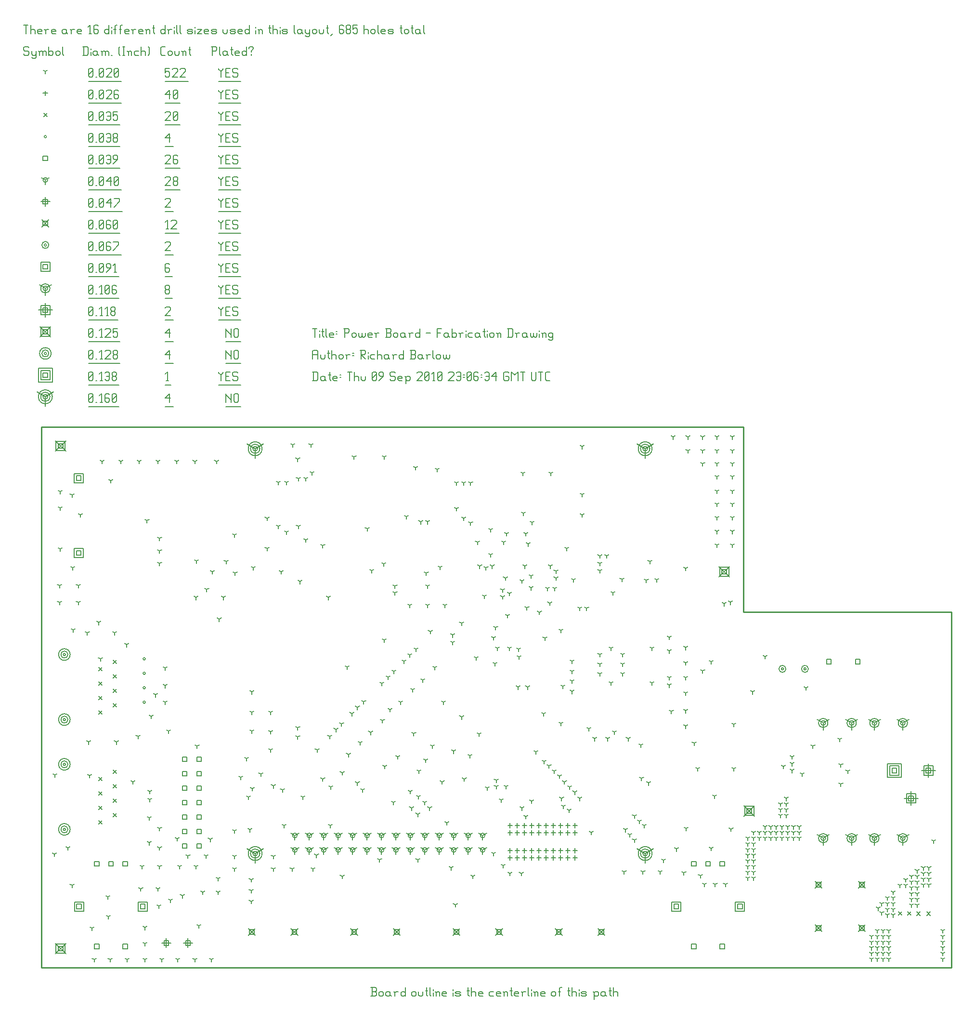
<source format=gbr>
G04 start of page 13 for group -3984 idx -3984 *
G04 Title: Power Board, fab *
G04 Creator: pcb 1.99z *
G04 CreationDate: Thu 09 Sep 2010 23:06:34 GMT UTC *
G04 For: rbarlow *
G04 Format: Gerber/RS-274X *
G04 PCB-Dimensions: 653543 393701 *
G04 PCB-Coordinate-Origin: lower left *
%MOIN*%
%FSLAX25Y25*%
%LNFAB*%
%ADD11C,0.0200*%
%ADD12C,0.0100*%
%ADD130R,0.0080X0.0080*%
%ADD131C,0.0060*%
G54D130*X430276Y89016D02*Y82616D01*
G54D11*G36*
X429729Y89163D02*X435968Y92763D01*
X436368Y92070D01*
X430129Y88470D01*
X429729Y89163D01*
G37*
G36*
X430422Y88470D02*X424183Y92070D01*
X424583Y92763D01*
X430822Y89163D01*
X430422Y88470D01*
G37*
G54D130*X428676Y89016D02*G75*G03X431876Y89016I1600J0D01*G01*
G75*G03X428676Y89016I-1600J0D01*G01*
X427076D02*G75*G03X433476Y89016I3200J0D01*G01*
G75*G03X427076Y89016I-3200J0D01*G01*
X425476D02*G75*G03X435076Y89016I4800J0D01*G01*
G75*G03X425476Y89016I-4800J0D01*G01*
X430276Y369016D02*Y362616D01*
G54D11*G36*
X429729Y369163D02*X435968Y372763D01*
X436368Y372070D01*
X430129Y368470D01*
X429729Y369163D01*
G37*
G36*
X430422Y368470D02*X424183Y372070D01*
X424583Y372763D01*
X430822Y369163D01*
X430422Y368470D01*
G37*
G54D130*X428676Y369016D02*G75*G03X431876Y369016I1600J0D01*G01*
G75*G03X428676Y369016I-1600J0D01*G01*
X427076D02*G75*G03X433476Y369016I3200J0D01*G01*
G75*G03X427076Y369016I-3200J0D01*G01*
X425476D02*G75*G03X435076Y369016I4800J0D01*G01*
G75*G03X425476Y369016I-4800J0D01*G01*
X160276D02*Y362616D01*
G54D11*G36*
X159729Y369163D02*X165968Y372763D01*
X166368Y372070D01*
X160129Y368470D01*
X159729Y369163D01*
G37*
G36*
X160422Y368470D02*X154183Y372070D01*
X154583Y372763D01*
X160822Y369163D01*
X160422Y368470D01*
G37*
G54D130*X158676Y369016D02*G75*G03X161876Y369016I1600J0D01*G01*
G75*G03X158676Y369016I-1600J0D01*G01*
X157076D02*G75*G03X163476Y369016I3200J0D01*G01*
G75*G03X157076Y369016I-3200J0D01*G01*
X155476D02*G75*G03X165076Y369016I4800J0D01*G01*
G75*G03X155476Y369016I-4800J0D01*G01*
X160276Y89016D02*Y82616D01*
G54D11*G36*
X159729Y89163D02*X165968Y92763D01*
X166368Y92070D01*
X160129Y88470D01*
X159729Y89163D01*
G37*
G36*
X160422Y88470D02*X154183Y92070D01*
X154583Y92763D01*
X160822Y89163D01*
X160422Y88470D01*
G37*
G54D130*X158676Y89016D02*G75*G03X161876Y89016I1600J0D01*G01*
G75*G03X158676Y89016I-1600J0D01*G01*
X157076D02*G75*G03X163476Y89016I3200J0D01*G01*
G75*G03X157076Y89016I-3200J0D01*G01*
X155476D02*G75*G03X165076Y89016I4800J0D01*G01*
G75*G03X155476Y89016I-4800J0D01*G01*
X15000Y404951D02*Y398551D01*
G54D11*G36*
X14453Y405097D02*X20692Y408697D01*
X21092Y408004D01*
X14853Y404404D01*
X14453Y405097D01*
G37*
G36*
X15146Y404404D02*X8907Y408004D01*
X9307Y408697D01*
X15546Y405097D01*
X15146Y404404D01*
G37*
G54D130*X13400Y404951D02*G75*G03X16600Y404951I1600J0D01*G01*
G75*G03X13400Y404951I-1600J0D01*G01*
X11800D02*G75*G03X18200Y404951I3200J0D01*G01*
G75*G03X11800Y404951I-3200J0D01*G01*
X10200D02*G75*G03X19800Y404951I4800J0D01*G01*
G75*G03X10200Y404951I-4800J0D01*G01*
G54D131*X140000Y407201D02*Y401201D01*
Y407201D02*Y406451D01*
X143750Y402701D01*
Y407201D02*Y401201D01*
X145551Y406451D02*Y401951D01*
Y406451D02*X146301Y407201D01*
X147801D01*
X148551Y406451D01*
Y401951D01*
X147801Y401201D02*X148551Y401951D01*
X146301Y401201D02*X147801D01*
X145551Y401951D02*X146301Y401201D01*
X140000Y397950D02*X150353D01*
X98000Y404201D02*X101000Y407201D01*
X98000Y404201D02*X101750D01*
X101000Y407201D02*Y401201D01*
X98000Y397950D02*X103551D01*
X45000Y401951D02*X45750Y401201D01*
X45000Y406451D02*Y401951D01*
Y406451D02*X45750Y407201D01*
X47250D01*
X48000Y406451D01*
Y401951D01*
X47250Y401201D02*X48000Y401951D01*
X45750Y401201D02*X47250D01*
X45000Y402701D02*X48000Y405701D01*
X49801Y401201D02*X50551D01*
X53103D02*X54603D01*
X53853Y407201D02*Y401201D01*
X52353Y405701D02*X53853Y407201D01*
X58654D02*X59404Y406451D01*
X57154Y407201D02*X58654D01*
X56404Y406451D02*X57154Y407201D01*
X56404Y406451D02*Y401951D01*
X57154Y401201D01*
X58654Y404201D02*X59404Y403451D01*
X56404Y404201D02*X58654D01*
X57154Y401201D02*X58654D01*
X59404Y401951D01*
Y403451D02*Y401951D01*
X61206D02*X61956Y401201D01*
X61206Y406451D02*Y401951D01*
Y406451D02*X61956Y407201D01*
X63456D01*
X64206Y406451D01*
Y401951D01*
X63456Y401201D02*X64206Y401951D01*
X61956Y401201D02*X63456D01*
X61206Y402701D02*X64206Y405701D01*
X45000Y397950D02*X66007D01*
X601157Y148038D02*X604357D01*
X601157D02*Y144838D01*
X604357D01*
Y148038D02*Y144838D01*
X599557Y149638D02*X605957D01*
X599557D02*Y143238D01*
X605957D01*
Y149638D02*Y143238D01*
X597957Y151238D02*X607557D01*
X597957D02*Y141638D01*
X607557D01*
Y151238D02*Y141638D01*
X13400Y421551D02*X16600D01*
X13400D02*Y418351D01*
X16600D01*
Y421551D02*Y418351D01*
X11800Y423151D02*X18200D01*
X11800D02*Y416751D01*
X18200D01*
Y423151D02*Y416751D01*
X10200Y424751D02*X19800D01*
X10200D02*Y415151D01*
X19800D01*
Y424751D02*Y415151D01*
X135000Y422201D02*Y421451D01*
X136500Y419951D01*
X138000Y421451D01*
Y422201D02*Y421451D01*
X136500Y419951D02*Y416201D01*
X139801Y419201D02*X142051D01*
X139801Y416201D02*X142801D01*
X139801Y422201D02*Y416201D01*
Y422201D02*X142801D01*
X147603D02*X148353Y421451D01*
X145353Y422201D02*X147603D01*
X144603Y421451D02*X145353Y422201D01*
X144603Y421451D02*Y419951D01*
X145353Y419201D01*
X147603D01*
X148353Y418451D01*
Y416951D01*
X147603Y416201D02*X148353Y416951D01*
X145353Y416201D02*X147603D01*
X144603Y416951D02*X145353Y416201D01*
X135000Y412950D02*X150154D01*
X98750Y416201D02*X100250D01*
X99500Y422201D02*Y416201D01*
X98000Y420701D02*X99500Y422201D01*
X98000Y412950D02*X102051D01*
X45000Y416951D02*X45750Y416201D01*
X45000Y421451D02*Y416951D01*
Y421451D02*X45750Y422201D01*
X47250D01*
X48000Y421451D01*
Y416951D01*
X47250Y416201D02*X48000Y416951D01*
X45750Y416201D02*X47250D01*
X45000Y417701D02*X48000Y420701D01*
X49801Y416201D02*X50551D01*
X53103D02*X54603D01*
X53853Y422201D02*Y416201D01*
X52353Y420701D02*X53853Y422201D01*
X56404Y421451D02*X57154Y422201D01*
X58654D01*
X59404Y421451D01*
Y416951D01*
X58654Y416201D02*X59404Y416951D01*
X57154Y416201D02*X58654D01*
X56404Y416951D02*X57154Y416201D01*
Y419201D02*X59404D01*
X61206Y416951D02*X61956Y416201D01*
X61206Y418451D02*Y416951D01*
Y418451D02*X61956Y419201D01*
X63456D01*
X64206Y418451D01*
Y416951D01*
X63456Y416201D02*X64206Y416951D01*
X61956Y416201D02*X63456D01*
X61206Y419951D02*X61956Y419201D01*
X61206Y421451D02*Y419951D01*
Y421451D02*X61956Y422201D01*
X63456D01*
X64206Y421451D01*
Y419951D01*
X63456Y419201D02*X64206Y419951D01*
X45000Y412950D02*X66007D01*
X27390Y181655D02*G75*G03X28990Y181655I800J0D01*G01*
G75*G03X27390Y181655I-800J0D01*G01*
X25790D02*G75*G03X30590Y181655I2400J0D01*G01*
G75*G03X25790Y181655I-2400J0D01*G01*
X24190D02*G75*G03X32190Y181655I4000J0D01*G01*
G75*G03X24190Y181655I-4000J0D01*G01*
X27390Y226655D02*G75*G03X28990Y226655I800J0D01*G01*
G75*G03X27390Y226655I-800J0D01*G01*
X25790D02*G75*G03X30590Y226655I2400J0D01*G01*
G75*G03X25790Y226655I-2400J0D01*G01*
X24190D02*G75*G03X32190Y226655I4000J0D01*G01*
G75*G03X24190Y226655I-4000J0D01*G01*
X27390Y105711D02*G75*G03X28990Y105711I800J0D01*G01*
G75*G03X27390Y105711I-800J0D01*G01*
X25790D02*G75*G03X30590Y105711I2400J0D01*G01*
G75*G03X25790Y105711I-2400J0D01*G01*
X24190D02*G75*G03X32190Y105711I4000J0D01*G01*
G75*G03X24190Y105711I-4000J0D01*G01*
X27390Y150711D02*G75*G03X28990Y150711I800J0D01*G01*
G75*G03X27390Y150711I-800J0D01*G01*
X25790D02*G75*G03X30590Y150711I2400J0D01*G01*
G75*G03X25790Y150711I-2400J0D01*G01*
X24190D02*G75*G03X32190Y150711I4000J0D01*G01*
G75*G03X24190Y150711I-4000J0D01*G01*
X14200Y434951D02*G75*G03X15800Y434951I800J0D01*G01*
G75*G03X14200Y434951I-800J0D01*G01*
X12600D02*G75*G03X17400Y434951I2400J0D01*G01*
G75*G03X12600Y434951I-2400J0D01*G01*
X11000D02*G75*G03X19000Y434951I4000J0D01*G01*
G75*G03X11000Y434951I-4000J0D01*G01*
X140000Y437201D02*Y431201D01*
Y437201D02*Y436451D01*
X143750Y432701D01*
Y437201D02*Y431201D01*
X145551Y436451D02*Y431951D01*
Y436451D02*X146301Y437201D01*
X147801D01*
X148551Y436451D01*
Y431951D01*
X147801Y431201D02*X148551Y431951D01*
X146301Y431201D02*X147801D01*
X145551Y431951D02*X146301Y431201D01*
X140000Y427950D02*X150353D01*
X98000Y434201D02*X101000Y437201D01*
X98000Y434201D02*X101750D01*
X101000Y437201D02*Y431201D01*
X98000Y427950D02*X103551D01*
X45000Y431951D02*X45750Y431201D01*
X45000Y436451D02*Y431951D01*
Y436451D02*X45750Y437201D01*
X47250D01*
X48000Y436451D01*
Y431951D01*
X47250Y431201D02*X48000Y431951D01*
X45750Y431201D02*X47250D01*
X45000Y432701D02*X48000Y435701D01*
X49801Y431201D02*X50551D01*
X53103D02*X54603D01*
X53853Y437201D02*Y431201D01*
X52353Y435701D02*X53853Y437201D01*
X56404Y436451D02*X57154Y437201D01*
X59404D01*
X60154Y436451D01*
Y434951D01*
X56404Y431201D02*X60154Y434951D01*
X56404Y431201D02*X60154D01*
X61956Y431951D02*X62706Y431201D01*
X61956Y433451D02*Y431951D01*
Y433451D02*X62706Y434201D01*
X64206D01*
X64956Y433451D01*
Y431951D01*
X64206Y431201D02*X64956Y431951D01*
X62706Y431201D02*X64206D01*
X61956Y434951D02*X62706Y434201D01*
X61956Y436451D02*Y434951D01*
Y436451D02*X62706Y437201D01*
X64206D01*
X64956Y436451D01*
Y434951D01*
X64206Y434201D02*X64956Y434951D01*
X45000Y427950D02*X66757D01*
X498762Y122104D02*X505962Y114904D01*
X498762D02*X505962Y122104D01*
X500762Y120104D02*X503962D01*
X500762D02*Y116904D01*
X503962D01*
Y120104D02*Y116904D01*
X499162Y121704D02*X505562D01*
X499162D02*Y115304D01*
X505562D01*
Y121704D02*Y115304D01*
X481439Y287458D02*X488639Y280258D01*
X481439D02*X488639Y287458D01*
X483439Y285458D02*X486639D01*
X483439D02*Y282258D01*
X486639D01*
Y285458D02*Y282258D01*
X481839Y287058D02*X488239D01*
X481839D02*Y280658D01*
X488239D01*
Y287058D02*Y280658D01*
X21991Y26829D02*X29191Y19629D01*
X21991D02*X29191Y26829D01*
X23991Y24829D02*X27191D01*
X23991D02*Y21629D01*
X27191D01*
Y24829D02*Y21629D01*
X22391Y26429D02*X28791D01*
X22391D02*Y20029D01*
X28791D01*
Y26429D02*Y20029D01*
X21991Y374466D02*X29191Y367266D01*
X21991D02*X29191Y374466D01*
X23991Y372466D02*X27191D01*
X23991D02*Y369266D01*
X27191D01*
Y372466D02*Y369266D01*
X22391Y374066D02*X28791D01*
X22391D02*Y367666D01*
X28791D01*
Y374066D02*Y367666D01*
X11400Y453551D02*X18600Y446351D01*
X11400D02*X18600Y453551D01*
X13400Y451551D02*X16600D01*
X13400D02*Y448351D01*
X16600D01*
Y451551D02*Y448351D01*
X11800Y453151D02*X18200D01*
X11800D02*Y446751D01*
X18200D01*
Y453151D02*Y446751D01*
X140000Y452201D02*Y446201D01*
Y452201D02*Y451451D01*
X143750Y447701D01*
Y452201D02*Y446201D01*
X145551Y451451D02*Y446951D01*
Y451451D02*X146301Y452201D01*
X147801D01*
X148551Y451451D01*
Y446951D01*
X147801Y446201D02*X148551Y446951D01*
X146301Y446201D02*X147801D01*
X145551Y446951D02*X146301Y446201D01*
X140000Y442950D02*X150353D01*
X98000Y449201D02*X101000Y452201D01*
X98000Y449201D02*X101750D01*
X101000Y452201D02*Y446201D01*
X98000Y442950D02*X103551D01*
X45000Y446951D02*X45750Y446201D01*
X45000Y451451D02*Y446951D01*
Y451451D02*X45750Y452201D01*
X47250D01*
X48000Y451451D01*
Y446951D01*
X47250Y446201D02*X48000Y446951D01*
X45750Y446201D02*X47250D01*
X45000Y447701D02*X48000Y450701D01*
X49801Y446201D02*X50551D01*
X53103D02*X54603D01*
X53853Y452201D02*Y446201D01*
X52353Y450701D02*X53853Y452201D01*
X56404Y451451D02*X57154Y452201D01*
X59404D01*
X60154Y451451D01*
Y449951D01*
X56404Y446201D02*X60154Y449951D01*
X56404Y446201D02*X60154D01*
X61956Y452201D02*X64956D01*
X61956D02*Y449201D01*
X62706Y449951D01*
X64206D01*
X64956Y449201D01*
Y446951D01*
X64206Y446201D02*X64956Y446951D01*
X62706Y446201D02*X64206D01*
X61956Y446951D02*X62706Y446201D01*
X45000Y442950D02*X66757D01*
X626379Y151238D02*Y141638D01*
X621579Y146438D02*X631179D01*
X624779Y148038D02*X627979D01*
X624779D02*Y144838D01*
X627979D01*
Y148038D02*Y144838D01*
X623179Y149638D02*X629579D01*
X623179D02*Y143238D01*
X629579D01*
Y149638D02*Y143238D01*
X614371Y131947D02*Y122347D01*
X609571Y127147D02*X619171D01*
X612771Y128747D02*X615971D01*
X612771D02*Y125547D01*
X615971D01*
Y128747D02*Y125547D01*
X611171Y130347D02*X617571D01*
X611171D02*Y123947D01*
X617571D01*
Y130347D02*Y123947D01*
X15000Y469751D02*Y460151D01*
X10200Y464951D02*X19800D01*
X13400Y466551D02*X16600D01*
X13400D02*Y463351D01*
X16600D01*
Y466551D02*Y463351D01*
X11800Y468151D02*X18200D01*
X11800D02*Y461751D01*
X18200D01*
Y468151D02*Y461751D01*
X135000Y467201D02*Y466451D01*
X136500Y464951D01*
X138000Y466451D01*
Y467201D02*Y466451D01*
X136500Y464951D02*Y461201D01*
X139801Y464201D02*X142051D01*
X139801Y461201D02*X142801D01*
X139801Y467201D02*Y461201D01*
Y467201D02*X142801D01*
X147603D02*X148353Y466451D01*
X145353Y467201D02*X147603D01*
X144603Y466451D02*X145353Y467201D01*
X144603Y466451D02*Y464951D01*
X145353Y464201D01*
X147603D01*
X148353Y463451D01*
Y461951D01*
X147603Y461201D02*X148353Y461951D01*
X145353Y461201D02*X147603D01*
X144603Y461951D02*X145353Y461201D01*
X135000Y457950D02*X150154D01*
X98000Y466451D02*X98750Y467201D01*
X101000D01*
X101750Y466451D01*
Y464951D01*
X98000Y461201D02*X101750Y464951D01*
X98000Y461201D02*X101750D01*
X98000Y457950D02*X103551D01*
X45000Y461951D02*X45750Y461201D01*
X45000Y466451D02*Y461951D01*
Y466451D02*X45750Y467201D01*
X47250D01*
X48000Y466451D01*
Y461951D01*
X47250Y461201D02*X48000Y461951D01*
X45750Y461201D02*X47250D01*
X45000Y462701D02*X48000Y465701D01*
X49801Y461201D02*X50551D01*
X53103D02*X54603D01*
X53853Y467201D02*Y461201D01*
X52353Y465701D02*X53853Y467201D01*
X57154Y461201D02*X58654D01*
X57904Y467201D02*Y461201D01*
X56404Y465701D02*X57904Y467201D01*
X60456Y461951D02*X61206Y461201D01*
X60456Y463451D02*Y461951D01*
Y463451D02*X61206Y464201D01*
X62706D01*
X63456Y463451D01*
Y461951D01*
X62706Y461201D02*X63456Y461951D01*
X61206Y461201D02*X62706D01*
X60456Y464951D02*X61206Y464201D01*
X60456Y466451D02*Y464951D01*
Y466451D02*X61206Y467201D01*
X62706D01*
X63456Y466451D01*
Y464951D01*
X62706Y464201D02*X63456Y464951D01*
X45000Y457950D02*X65257D01*
X608661Y99607D02*Y94807D01*
Y99607D02*X612821Y102007D01*
X608661Y99607D02*X604501Y102007D01*
X607061Y99607D02*G75*G03X610261Y99607I1600J0D01*G01*
G75*G03X607061Y99607I-1600J0D01*G01*
X605461D02*G75*G03X611861Y99607I3200J0D01*G01*
G75*G03X605461Y99607I-3200J0D01*G01*
X588976D02*Y94807D01*
Y99607D02*X593136Y102007D01*
X588976Y99607D02*X584816Y102007D01*
X587376Y99607D02*G75*G03X590576Y99607I1600J0D01*G01*
G75*G03X587376Y99607I-1600J0D01*G01*
X585776D02*G75*G03X592176Y99607I3200J0D01*G01*
G75*G03X585776Y99607I-3200J0D01*G01*
X573228D02*Y94807D01*
Y99607D02*X577388Y102007D01*
X573228Y99607D02*X569068Y102007D01*
X571628Y99607D02*G75*G03X574828Y99607I1600J0D01*G01*
G75*G03X571628Y99607I-1600J0D01*G01*
X570028D02*G75*G03X576428Y99607I3200J0D01*G01*
G75*G03X570028Y99607I-3200J0D01*G01*
X553543D02*Y94807D01*
Y99607D02*X557703Y102007D01*
X553543Y99607D02*X549383Y102007D01*
X551943Y99607D02*G75*G03X555143Y99607I1600J0D01*G01*
G75*G03X551943Y99607I-1600J0D01*G01*
X550343D02*G75*G03X556743Y99607I3200J0D01*G01*
G75*G03X550343Y99607I-3200J0D01*G01*
X608661Y179331D02*Y174531D01*
Y179331D02*X612821Y181731D01*
X608661Y179331D02*X604501Y181731D01*
X607061Y179331D02*G75*G03X610261Y179331I1600J0D01*G01*
G75*G03X607061Y179331I-1600J0D01*G01*
X605461D02*G75*G03X611861Y179331I3200J0D01*G01*
G75*G03X605461Y179331I-3200J0D01*G01*
X588976D02*Y174531D01*
Y179331D02*X593136Y181731D01*
X588976Y179331D02*X584816Y181731D01*
X587376Y179331D02*G75*G03X590576Y179331I1600J0D01*G01*
G75*G03X587376Y179331I-1600J0D01*G01*
X585776D02*G75*G03X592176Y179331I3200J0D01*G01*
G75*G03X585776Y179331I-3200J0D01*G01*
X573228D02*Y174531D01*
Y179331D02*X577388Y181731D01*
X573228Y179331D02*X569068Y181731D01*
X571628Y179331D02*G75*G03X574828Y179331I1600J0D01*G01*
G75*G03X571628Y179331I-1600J0D01*G01*
X570028D02*G75*G03X576428Y179331I3200J0D01*G01*
G75*G03X570028Y179331I-3200J0D01*G01*
X553543D02*Y174531D01*
Y179331D02*X557703Y181731D01*
X553543Y179331D02*X549383Y181731D01*
X551943Y179331D02*G75*G03X555143Y179331I1600J0D01*G01*
G75*G03X551943Y179331I-1600J0D01*G01*
X550343D02*G75*G03X556743Y179331I3200J0D01*G01*
G75*G03X550343Y179331I-3200J0D01*G01*
X15000Y479951D02*Y475151D01*
Y479951D02*X19160Y482351D01*
X15000Y479951D02*X10840Y482351D01*
X13400Y479951D02*G75*G03X16600Y479951I1600J0D01*G01*
G75*G03X13400Y479951I-1600J0D01*G01*
X11800D02*G75*G03X18200Y479951I3200J0D01*G01*
G75*G03X11800Y479951I-3200J0D01*G01*
X135000Y482201D02*Y481451D01*
X136500Y479951D01*
X138000Y481451D01*
Y482201D02*Y481451D01*
X136500Y479951D02*Y476201D01*
X139801Y479201D02*X142051D01*
X139801Y476201D02*X142801D01*
X139801Y482201D02*Y476201D01*
Y482201D02*X142801D01*
X147603D02*X148353Y481451D01*
X145353Y482201D02*X147603D01*
X144603Y481451D02*X145353Y482201D01*
X144603Y481451D02*Y479951D01*
X145353Y479201D01*
X147603D01*
X148353Y478451D01*
Y476951D01*
X147603Y476201D02*X148353Y476951D01*
X145353Y476201D02*X147603D01*
X144603Y476951D02*X145353Y476201D01*
X135000Y472950D02*X150154D01*
X98000Y476951D02*X98750Y476201D01*
X98000Y478451D02*Y476951D01*
Y478451D02*X98750Y479201D01*
X100250D01*
X101000Y478451D01*
Y476951D01*
X100250Y476201D02*X101000Y476951D01*
X98750Y476201D02*X100250D01*
X98000Y479951D02*X98750Y479201D01*
X98000Y481451D02*Y479951D01*
Y481451D02*X98750Y482201D01*
X100250D01*
X101000Y481451D01*
Y479951D01*
X100250Y479201D02*X101000Y479951D01*
X98000Y472950D02*X102801D01*
X45000Y476951D02*X45750Y476201D01*
X45000Y481451D02*Y476951D01*
Y481451D02*X45750Y482201D01*
X47250D01*
X48000Y481451D01*
Y476951D01*
X47250Y476201D02*X48000Y476951D01*
X45750Y476201D02*X47250D01*
X45000Y477701D02*X48000Y480701D01*
X49801Y476201D02*X50551D01*
X53103D02*X54603D01*
X53853Y482201D02*Y476201D01*
X52353Y480701D02*X53853Y482201D01*
X56404Y476951D02*X57154Y476201D01*
X56404Y481451D02*Y476951D01*
Y481451D02*X57154Y482201D01*
X58654D01*
X59404Y481451D01*
Y476951D01*
X58654Y476201D02*X59404Y476951D01*
X57154Y476201D02*X58654D01*
X56404Y477701D02*X59404Y480701D01*
X63456Y482201D02*X64206Y481451D01*
X61956Y482201D02*X63456D01*
X61206Y481451D02*X61956Y482201D01*
X61206Y481451D02*Y476951D01*
X61956Y476201D01*
X63456Y479201D02*X64206Y478451D01*
X61206Y479201D02*X63456D01*
X61956Y476201D02*X63456D01*
X64206Y476951D01*
Y478451D02*Y476951D01*
X45000Y472950D02*X66007D01*
X36589Y298569D02*X39789D01*
X36589D02*Y295369D01*
X39789D01*
Y298569D02*Y295369D01*
X34989Y300169D02*X41389D01*
X34989D02*Y293769D01*
X41389D01*
Y300169D02*Y293769D01*
X36589Y350301D02*X39789D01*
X36589D02*Y347101D01*
X39789D01*
Y350301D02*Y347101D01*
X34989Y351901D02*X41389D01*
X34989D02*Y345501D01*
X41389D01*
Y351901D02*Y345501D01*
X80882Y53963D02*X84082D01*
X80882D02*Y50763D01*
X84082D01*
Y53963D02*Y50763D01*
X79282Y55563D02*X85682D01*
X79282D02*Y49163D01*
X85682D01*
Y55563D02*Y49163D01*
X36788Y53963D02*X39988D01*
X36788D02*Y50763D01*
X39988D01*
Y53963D02*Y50763D01*
X35188Y55563D02*X41588D01*
X35188D02*Y49163D01*
X41588D01*
Y55563D02*Y49163D01*
X494266Y53960D02*X497466D01*
X494266D02*Y50760D01*
X497466D01*
Y53960D02*Y50760D01*
X492666Y55560D02*X499066D01*
X492666D02*Y49160D01*
X499066D01*
Y55560D02*Y49160D01*
X450172Y53960D02*X453372D01*
X450172D02*Y50760D01*
X453372D01*
Y53960D02*Y50760D01*
X448572Y55560D02*X454972D01*
X448572D02*Y49160D01*
X454972D01*
Y55560D02*Y49160D01*
X13400Y496551D02*X16600D01*
X13400D02*Y493351D01*
X16600D01*
Y496551D02*Y493351D01*
X11800Y498151D02*X18200D01*
X11800D02*Y491751D01*
X18200D01*
Y498151D02*Y491751D01*
X135000Y497201D02*Y496451D01*
X136500Y494951D01*
X138000Y496451D01*
Y497201D02*Y496451D01*
X136500Y494951D02*Y491201D01*
X139801Y494201D02*X142051D01*
X139801Y491201D02*X142801D01*
X139801Y497201D02*Y491201D01*
Y497201D02*X142801D01*
X147603D02*X148353Y496451D01*
X145353Y497201D02*X147603D01*
X144603Y496451D02*X145353Y497201D01*
X144603Y496451D02*Y494951D01*
X145353Y494201D01*
X147603D01*
X148353Y493451D01*
Y491951D01*
X147603Y491201D02*X148353Y491951D01*
X145353Y491201D02*X147603D01*
X144603Y491951D02*X145353Y491201D01*
X135000Y487950D02*X150154D01*
X100250Y497201D02*X101000Y496451D01*
X98750Y497201D02*X100250D01*
X98000Y496451D02*X98750Y497201D01*
X98000Y496451D02*Y491951D01*
X98750Y491201D01*
X100250Y494201D02*X101000Y493451D01*
X98000Y494201D02*X100250D01*
X98750Y491201D02*X100250D01*
X101000Y491951D01*
Y493451D02*Y491951D01*
X98000Y487950D02*X102801D01*
X45000Y491951D02*X45750Y491201D01*
X45000Y496451D02*Y491951D01*
Y496451D02*X45750Y497201D01*
X47250D01*
X48000Y496451D01*
Y491951D01*
X47250Y491201D02*X48000Y491951D01*
X45750Y491201D02*X47250D01*
X45000Y492701D02*X48000Y495701D01*
X49801Y491201D02*X50551D01*
X52353Y491951D02*X53103Y491201D01*
X52353Y496451D02*Y491951D01*
Y496451D02*X53103Y497201D01*
X54603D01*
X55353Y496451D01*
Y491951D01*
X54603Y491201D02*X55353Y491951D01*
X53103Y491201D02*X54603D01*
X52353Y492701D02*X55353Y495701D01*
X57154Y491201D02*X60154Y494201D01*
Y496451D02*Y494201D01*
X59404Y497201D02*X60154Y496451D01*
X57904Y497201D02*X59404D01*
X57154Y496451D02*X57904Y497201D01*
X57154Y496451D02*Y494951D01*
X57904Y494201D01*
X60154D01*
X62706Y491201D02*X64206D01*
X63456Y497201D02*Y491201D01*
X61956Y495701D02*X63456Y497201D01*
X45000Y487950D02*X66007D01*
X524475Y216733D02*G75*G03X526075Y216733I800J0D01*G01*
G75*G03X524475Y216733I-800J0D01*G01*
X522875D02*G75*G03X527675Y216733I2400J0D01*G01*
G75*G03X522875Y216733I-2400J0D01*G01*
X540065D02*G75*G03X541665Y216733I800J0D01*G01*
G75*G03X540065Y216733I-800J0D01*G01*
X538465D02*G75*G03X543265Y216733I2400J0D01*G01*
G75*G03X538465Y216733I-2400J0D01*G01*
X14200Y509951D02*G75*G03X15800Y509951I800J0D01*G01*
G75*G03X14200Y509951I-800J0D01*G01*
X12600D02*G75*G03X17400Y509951I2400J0D01*G01*
G75*G03X12600Y509951I-2400J0D01*G01*
X135000Y512201D02*Y511451D01*
X136500Y509951D01*
X138000Y511451D01*
Y512201D02*Y511451D01*
X136500Y509951D02*Y506201D01*
X139801Y509201D02*X142051D01*
X139801Y506201D02*X142801D01*
X139801Y512201D02*Y506201D01*
Y512201D02*X142801D01*
X147603D02*X148353Y511451D01*
X145353Y512201D02*X147603D01*
X144603Y511451D02*X145353Y512201D01*
X144603Y511451D02*Y509951D01*
X145353Y509201D01*
X147603D01*
X148353Y508451D01*
Y506951D01*
X147603Y506201D02*X148353Y506951D01*
X145353Y506201D02*X147603D01*
X144603Y506951D02*X145353Y506201D01*
X135000Y502950D02*X150154D01*
X98000Y511451D02*X98750Y512201D01*
X101000D01*
X101750Y511451D01*
Y509951D01*
X98000Y506201D02*X101750Y509951D01*
X98000Y506201D02*X101750D01*
X98000Y502950D02*X103551D01*
X45000Y506951D02*X45750Y506201D01*
X45000Y511451D02*Y506951D01*
Y511451D02*X45750Y512201D01*
X47250D01*
X48000Y511451D01*
Y506951D01*
X47250Y506201D02*X48000Y506951D01*
X45750Y506201D02*X47250D01*
X45000Y507701D02*X48000Y510701D01*
X49801Y506201D02*X50551D01*
X52353Y506951D02*X53103Y506201D01*
X52353Y511451D02*Y506951D01*
Y511451D02*X53103Y512201D01*
X54603D01*
X55353Y511451D01*
Y506951D01*
X54603Y506201D02*X55353Y506951D01*
X53103Y506201D02*X54603D01*
X52353Y507701D02*X55353Y510701D01*
X59404Y512201D02*X60154Y511451D01*
X57904Y512201D02*X59404D01*
X57154Y511451D02*X57904Y512201D01*
X57154Y511451D02*Y506951D01*
X57904Y506201D01*
X59404Y509201D02*X60154Y508451D01*
X57154Y509201D02*X59404D01*
X57904Y506201D02*X59404D01*
X60154Y506951D01*
Y508451D02*Y506951D01*
X61956Y506201D02*X65706Y509951D01*
Y512201D02*Y509951D01*
X61956Y512201D02*X65706D01*
X45000Y502950D02*X67507D01*
X547955Y69764D02*X552755Y64964D01*
X547955D02*X552755Y69764D01*
X548755Y68964D02*X551955D01*
X548755D02*Y65764D01*
X551955D01*
Y68964D02*Y65764D01*
X577955Y69764D02*X582755Y64964D01*
X577955D02*X582755Y69764D01*
X578755Y68964D02*X581955D01*
X578755D02*Y65764D01*
X581955D01*
Y68964D02*Y65764D01*
X547955Y39764D02*X552755Y34964D01*
X547955D02*X552755Y39764D01*
X548755Y38964D02*X551955D01*
X548755D02*Y35764D01*
X551955D01*
Y38964D02*Y35764D01*
X577955Y39764D02*X582755Y34964D01*
X577955D02*X582755Y39764D01*
X578755Y38964D02*X581955D01*
X578755D02*Y35764D01*
X581955D01*
Y38964D02*Y35764D01*
X397599Y37243D02*X402399Y32443D01*
X397599D02*X402399Y37243D01*
X398399Y36443D02*X401599D01*
X398399D02*Y33243D01*
X401599D01*
Y36443D02*Y33243D01*
X368071Y37243D02*X372871Y32443D01*
X368071D02*X372871Y37243D01*
X368871Y36443D02*X372071D01*
X368871D02*Y33243D01*
X372071D01*
Y36443D02*Y33243D01*
X185004Y37245D02*X189804Y32445D01*
X185004D02*X189804Y37245D01*
X185804Y36445D02*X189004D01*
X185804D02*Y33245D01*
X189004D01*
Y36445D02*Y33245D01*
X155476Y37245D02*X160276Y32445D01*
X155476D02*X160276Y37245D01*
X156276Y36445D02*X159476D01*
X156276D02*Y33245D01*
X159476D01*
Y36445D02*Y33245D01*
X255870Y37244D02*X260670Y32444D01*
X255870D02*X260670Y37244D01*
X256670Y36444D02*X259870D01*
X256670D02*Y33244D01*
X259870D01*
Y36444D02*Y33244D01*
X226342Y37244D02*X231142Y32444D01*
X226342D02*X231142Y37244D01*
X227142Y36444D02*X230342D01*
X227142D02*Y33244D01*
X230342D01*
Y36444D02*Y33244D01*
X326735Y37244D02*X331535Y32444D01*
X326735D02*X331535Y37244D01*
X327535Y36444D02*X330735D01*
X327535D02*Y33244D01*
X330735D01*
Y36444D02*Y33244D01*
X297207Y37244D02*X302007Y32444D01*
X297207D02*X302007Y37244D01*
X298007Y36444D02*X301207D01*
X298007D02*Y33244D01*
X301207D01*
Y36444D02*Y33244D01*
X12600Y527351D02*X17400Y522551D01*
X12600D02*X17400Y527351D01*
X13400Y526551D02*X16600D01*
X13400D02*Y523351D01*
X16600D01*
Y526551D02*Y523351D01*
X135000Y527201D02*Y526451D01*
X136500Y524951D01*
X138000Y526451D01*
Y527201D02*Y526451D01*
X136500Y524951D02*Y521201D01*
X139801Y524201D02*X142051D01*
X139801Y521201D02*X142801D01*
X139801Y527201D02*Y521201D01*
Y527201D02*X142801D01*
X147603D02*X148353Y526451D01*
X145353Y527201D02*X147603D01*
X144603Y526451D02*X145353Y527201D01*
X144603Y526451D02*Y524951D01*
X145353Y524201D01*
X147603D01*
X148353Y523451D01*
Y521951D01*
X147603Y521201D02*X148353Y521951D01*
X145353Y521201D02*X147603D01*
X144603Y521951D02*X145353Y521201D01*
X135000Y517950D02*X150154D01*
X98750Y521201D02*X100250D01*
X99500Y527201D02*Y521201D01*
X98000Y525701D02*X99500Y527201D01*
X102051Y526451D02*X102801Y527201D01*
X105051D01*
X105801Y526451D01*
Y524951D01*
X102051Y521201D02*X105801Y524951D01*
X102051Y521201D02*X105801D01*
X98000Y517950D02*X107603D01*
X45000Y521951D02*X45750Y521201D01*
X45000Y526451D02*Y521951D01*
Y526451D02*X45750Y527201D01*
X47250D01*
X48000Y526451D01*
Y521951D01*
X47250Y521201D02*X48000Y521951D01*
X45750Y521201D02*X47250D01*
X45000Y522701D02*X48000Y525701D01*
X49801Y521201D02*X50551D01*
X52353Y521951D02*X53103Y521201D01*
X52353Y526451D02*Y521951D01*
Y526451D02*X53103Y527201D01*
X54603D01*
X55353Y526451D01*
Y521951D01*
X54603Y521201D02*X55353Y521951D01*
X53103Y521201D02*X54603D01*
X52353Y522701D02*X55353Y525701D01*
X59404Y527201D02*X60154Y526451D01*
X57904Y527201D02*X59404D01*
X57154Y526451D02*X57904Y527201D01*
X57154Y526451D02*Y521951D01*
X57904Y521201D01*
X59404Y524201D02*X60154Y523451D01*
X57154Y524201D02*X59404D01*
X57904Y521201D02*X59404D01*
X60154Y521951D01*
Y523451D02*Y521951D01*
X61956D02*X62706Y521201D01*
X61956Y526451D02*Y521951D01*
Y526451D02*X62706Y527201D01*
X64206D01*
X64956Y526451D01*
Y521951D01*
X64206Y521201D02*X64956Y521951D01*
X62706Y521201D02*X64206D01*
X61956Y522701D02*X64956Y525701D01*
X45000Y517950D02*X66757D01*
X113780Y30366D02*Y23966D01*
X110580Y27166D02*X116980D01*
X112180Y28766D02*X115380D01*
X112180D02*Y25566D01*
X115380D01*
Y28766D02*Y25566D01*
X98780Y30366D02*Y23966D01*
X95580Y27166D02*X101980D01*
X97180Y28766D02*X100380D01*
X97180D02*Y25566D01*
X100380D01*
Y28766D02*Y25566D01*
X15000Y543151D02*Y536751D01*
X11800Y539951D02*X18200D01*
X13400Y541551D02*X16600D01*
X13400D02*Y538351D01*
X16600D01*
Y541551D02*Y538351D01*
X135000Y542201D02*Y541451D01*
X136500Y539951D01*
X138000Y541451D01*
Y542201D02*Y541451D01*
X136500Y539951D02*Y536201D01*
X139801Y539201D02*X142051D01*
X139801Y536201D02*X142801D01*
X139801Y542201D02*Y536201D01*
Y542201D02*X142801D01*
X147603D02*X148353Y541451D01*
X145353Y542201D02*X147603D01*
X144603Y541451D02*X145353Y542201D01*
X144603Y541451D02*Y539951D01*
X145353Y539201D01*
X147603D01*
X148353Y538451D01*
Y536951D01*
X147603Y536201D02*X148353Y536951D01*
X145353Y536201D02*X147603D01*
X144603Y536951D02*X145353Y536201D01*
X135000Y532950D02*X150154D01*
X98000Y541451D02*X98750Y542201D01*
X101000D01*
X101750Y541451D01*
Y539951D01*
X98000Y536201D02*X101750Y539951D01*
X98000Y536201D02*X101750D01*
X98000Y532950D02*X103551D01*
X45000Y536951D02*X45750Y536201D01*
X45000Y541451D02*Y536951D01*
Y541451D02*X45750Y542201D01*
X47250D01*
X48000Y541451D01*
Y536951D01*
X47250Y536201D02*X48000Y536951D01*
X45750Y536201D02*X47250D01*
X45000Y537701D02*X48000Y540701D01*
X49801Y536201D02*X50551D01*
X52353Y536951D02*X53103Y536201D01*
X52353Y541451D02*Y536951D01*
Y541451D02*X53103Y542201D01*
X54603D01*
X55353Y541451D01*
Y536951D01*
X54603Y536201D02*X55353Y536951D01*
X53103Y536201D02*X54603D01*
X52353Y537701D02*X55353Y540701D01*
X57154Y539201D02*X60154Y542201D01*
X57154Y539201D02*X60904D01*
X60154Y542201D02*Y536201D01*
X62706D02*X66456Y539951D01*
Y542201D02*Y539951D01*
X62706Y542201D02*X66456D01*
X45000Y532950D02*X68257D01*
X187776Y91516D02*Y88316D01*
Y91516D02*X190549Y93116D01*
X187776Y91516D02*X185003Y93116D01*
X186176Y91516D02*G75*G03X189376Y91516I1600J0D01*G01*
G75*G03X186176Y91516I-1600J0D01*G01*
X187776Y101516D02*Y98316D01*
Y101516D02*X190549Y103116D01*
X187776Y101516D02*X185003Y103116D01*
X186176Y101516D02*G75*G03X189376Y101516I1600J0D01*G01*
G75*G03X186176Y101516I-1600J0D01*G01*
X197776Y91516D02*Y88316D01*
Y91516D02*X200549Y93116D01*
X197776Y91516D02*X195003Y93116D01*
X196176Y91516D02*G75*G03X199376Y91516I1600J0D01*G01*
G75*G03X196176Y91516I-1600J0D01*G01*
X197776Y101516D02*Y98316D01*
Y101516D02*X200549Y103116D01*
X197776Y101516D02*X195003Y103116D01*
X196176Y101516D02*G75*G03X199376Y101516I1600J0D01*G01*
G75*G03X196176Y101516I-1600J0D01*G01*
X207776Y91516D02*Y88316D01*
Y91516D02*X210549Y93116D01*
X207776Y91516D02*X205003Y93116D01*
X206176Y91516D02*G75*G03X209376Y91516I1600J0D01*G01*
G75*G03X206176Y91516I-1600J0D01*G01*
X207776Y101516D02*Y98316D01*
Y101516D02*X210549Y103116D01*
X207776Y101516D02*X205003Y103116D01*
X206176Y101516D02*G75*G03X209376Y101516I1600J0D01*G01*
G75*G03X206176Y101516I-1600J0D01*G01*
X217776Y91516D02*Y88316D01*
Y91516D02*X220549Y93116D01*
X217776Y91516D02*X215003Y93116D01*
X216176Y91516D02*G75*G03X219376Y91516I1600J0D01*G01*
G75*G03X216176Y91516I-1600J0D01*G01*
X217776Y101516D02*Y98316D01*
Y101516D02*X220549Y103116D01*
X217776Y101516D02*X215003Y103116D01*
X216176Y101516D02*G75*G03X219376Y101516I1600J0D01*G01*
G75*G03X216176Y101516I-1600J0D01*G01*
X227776Y91516D02*Y88316D01*
Y91516D02*X230549Y93116D01*
X227776Y91516D02*X225003Y93116D01*
X226176Y91516D02*G75*G03X229376Y91516I1600J0D01*G01*
G75*G03X226176Y91516I-1600J0D01*G01*
X227776Y101516D02*Y98316D01*
Y101516D02*X230549Y103116D01*
X227776Y101516D02*X225003Y103116D01*
X226176Y101516D02*G75*G03X229376Y101516I1600J0D01*G01*
G75*G03X226176Y101516I-1600J0D01*G01*
X237776Y91516D02*Y88316D01*
Y91516D02*X240549Y93116D01*
X237776Y91516D02*X235003Y93116D01*
X236176Y91516D02*G75*G03X239376Y91516I1600J0D01*G01*
G75*G03X236176Y91516I-1600J0D01*G01*
X237776Y101516D02*Y98316D01*
Y101516D02*X240549Y103116D01*
X237776Y101516D02*X235003Y103116D01*
X236176Y101516D02*G75*G03X239376Y101516I1600J0D01*G01*
G75*G03X236176Y101516I-1600J0D01*G01*
X247776Y91516D02*Y88316D01*
Y91516D02*X250549Y93116D01*
X247776Y91516D02*X245003Y93116D01*
X246176Y91516D02*G75*G03X249376Y91516I1600J0D01*G01*
G75*G03X246176Y91516I-1600J0D01*G01*
X247776Y101516D02*Y98316D01*
Y101516D02*X250549Y103116D01*
X247776Y101516D02*X245003Y103116D01*
X246176Y101516D02*G75*G03X249376Y101516I1600J0D01*G01*
G75*G03X246176Y101516I-1600J0D01*G01*
X257776Y91516D02*Y88316D01*
Y91516D02*X260549Y93116D01*
X257776Y91516D02*X255003Y93116D01*
X256176Y91516D02*G75*G03X259376Y91516I1600J0D01*G01*
G75*G03X256176Y91516I-1600J0D01*G01*
X257776Y101516D02*Y98316D01*
Y101516D02*X260549Y103116D01*
X257776Y101516D02*X255003Y103116D01*
X256176Y101516D02*G75*G03X259376Y101516I1600J0D01*G01*
G75*G03X256176Y101516I-1600J0D01*G01*
X267776Y91516D02*Y88316D01*
Y91516D02*X270549Y93116D01*
X267776Y91516D02*X265003Y93116D01*
X266176Y91516D02*G75*G03X269376Y91516I1600J0D01*G01*
G75*G03X266176Y91516I-1600J0D01*G01*
X267776Y101516D02*Y98316D01*
Y101516D02*X270549Y103116D01*
X267776Y101516D02*X265003Y103116D01*
X266176Y101516D02*G75*G03X269376Y101516I1600J0D01*G01*
G75*G03X266176Y101516I-1600J0D01*G01*
X277776Y91516D02*Y88316D01*
Y91516D02*X280549Y93116D01*
X277776Y91516D02*X275003Y93116D01*
X276176Y91516D02*G75*G03X279376Y91516I1600J0D01*G01*
G75*G03X276176Y91516I-1600J0D01*G01*
X277776Y101516D02*Y98316D01*
Y101516D02*X280549Y103116D01*
X277776Y101516D02*X275003Y103116D01*
X276176Y101516D02*G75*G03X279376Y101516I1600J0D01*G01*
G75*G03X276176Y101516I-1600J0D01*G01*
X287776Y91516D02*Y88316D01*
Y91516D02*X290549Y93116D01*
X287776Y91516D02*X285003Y93116D01*
X286176Y91516D02*G75*G03X289376Y91516I1600J0D01*G01*
G75*G03X286176Y91516I-1600J0D01*G01*
X287776Y101516D02*Y98316D01*
Y101516D02*X290549Y103116D01*
X287776Y101516D02*X285003Y103116D01*
X286176Y101516D02*G75*G03X289376Y101516I1600J0D01*G01*
G75*G03X286176Y101516I-1600J0D01*G01*
X297776Y91516D02*Y88316D01*
Y91516D02*X300549Y93116D01*
X297776Y91516D02*X295003Y93116D01*
X296176Y91516D02*G75*G03X299376Y91516I1600J0D01*G01*
G75*G03X296176Y91516I-1600J0D01*G01*
X297776Y101516D02*Y98316D01*
Y101516D02*X300549Y103116D01*
X297776Y101516D02*X295003Y103116D01*
X296176Y101516D02*G75*G03X299376Y101516I1600J0D01*G01*
G75*G03X296176Y101516I-1600J0D01*G01*
X307776Y91516D02*Y88316D01*
Y91516D02*X310549Y93116D01*
X307776Y91516D02*X305003Y93116D01*
X306176Y91516D02*G75*G03X309376Y91516I1600J0D01*G01*
G75*G03X306176Y91516I-1600J0D01*G01*
X307776Y101516D02*Y98316D01*
Y101516D02*X310549Y103116D01*
X307776Y101516D02*X305003Y103116D01*
X306176Y101516D02*G75*G03X309376Y101516I1600J0D01*G01*
G75*G03X306176Y101516I-1600J0D01*G01*
X317776Y91516D02*Y88316D01*
Y91516D02*X320549Y93116D01*
X317776Y91516D02*X315003Y93116D01*
X316176Y91516D02*G75*G03X319376Y91516I1600J0D01*G01*
G75*G03X316176Y91516I-1600J0D01*G01*
X317776Y101516D02*Y98316D01*
Y101516D02*X320549Y103116D01*
X317776Y101516D02*X315003Y103116D01*
X316176Y101516D02*G75*G03X319376Y101516I1600J0D01*G01*
G75*G03X316176Y101516I-1600J0D01*G01*
X15000Y554951D02*Y551751D01*
Y554951D02*X17773Y556551D01*
X15000Y554951D02*X12227Y556551D01*
X13400Y554951D02*G75*G03X16600Y554951I1600J0D01*G01*
G75*G03X13400Y554951I-1600J0D01*G01*
X135000Y557201D02*Y556451D01*
X136500Y554951D01*
X138000Y556451D01*
Y557201D02*Y556451D01*
X136500Y554951D02*Y551201D01*
X139801Y554201D02*X142051D01*
X139801Y551201D02*X142801D01*
X139801Y557201D02*Y551201D01*
Y557201D02*X142801D01*
X147603D02*X148353Y556451D01*
X145353Y557201D02*X147603D01*
X144603Y556451D02*X145353Y557201D01*
X144603Y556451D02*Y554951D01*
X145353Y554201D01*
X147603D01*
X148353Y553451D01*
Y551951D01*
X147603Y551201D02*X148353Y551951D01*
X145353Y551201D02*X147603D01*
X144603Y551951D02*X145353Y551201D01*
X135000Y547950D02*X150154D01*
X98000Y556451D02*X98750Y557201D01*
X101000D01*
X101750Y556451D01*
Y554951D01*
X98000Y551201D02*X101750Y554951D01*
X98000Y551201D02*X101750D01*
X103551Y551951D02*X104301Y551201D01*
X103551Y553451D02*Y551951D01*
Y553451D02*X104301Y554201D01*
X105801D01*
X106551Y553451D01*
Y551951D01*
X105801Y551201D02*X106551Y551951D01*
X104301Y551201D02*X105801D01*
X103551Y554951D02*X104301Y554201D01*
X103551Y556451D02*Y554951D01*
Y556451D02*X104301Y557201D01*
X105801D01*
X106551Y556451D01*
Y554951D01*
X105801Y554201D02*X106551Y554951D01*
X98000Y547950D02*X108353D01*
X45000Y551951D02*X45750Y551201D01*
X45000Y556451D02*Y551951D01*
Y556451D02*X45750Y557201D01*
X47250D01*
X48000Y556451D01*
Y551951D01*
X47250Y551201D02*X48000Y551951D01*
X45750Y551201D02*X47250D01*
X45000Y552701D02*X48000Y555701D01*
X49801Y551201D02*X50551D01*
X52353Y551951D02*X53103Y551201D01*
X52353Y556451D02*Y551951D01*
Y556451D02*X53103Y557201D01*
X54603D01*
X55353Y556451D01*
Y551951D01*
X54603Y551201D02*X55353Y551951D01*
X53103Y551201D02*X54603D01*
X52353Y552701D02*X55353Y555701D01*
X57154Y554201D02*X60154Y557201D01*
X57154Y554201D02*X60904D01*
X60154Y557201D02*Y551201D01*
X62706Y551951D02*X63456Y551201D01*
X62706Y556451D02*Y551951D01*
Y556451D02*X63456Y557201D01*
X64956D01*
X65706Y556451D01*
Y551951D01*
X64956Y551201D02*X65706Y551951D01*
X63456Y551201D02*X64956D01*
X62706Y552701D02*X65706Y555701D01*
X45000Y547950D02*X67507D01*
X575881Y223254D02*X579081D01*
X575881D02*Y220054D01*
X579081D01*
Y223254D02*Y220054D01*
X555881Y223254D02*X559081D01*
X555881D02*Y220054D01*
X559081D01*
Y223254D02*Y220054D01*
X119819Y155814D02*X123019D01*
X119819D02*Y152614D01*
X123019D01*
Y155814D02*Y152614D01*
X109819Y155814D02*X113019D01*
X109819D02*Y152614D01*
X113019D01*
Y155814D02*Y152614D01*
X119819Y145814D02*X123019D01*
X119819D02*Y142614D01*
X123019D01*
Y145814D02*Y142614D01*
X109819Y145814D02*X113019D01*
X109819D02*Y142614D01*
X113019D01*
Y145814D02*Y142614D01*
X119819Y135814D02*X123019D01*
X119819D02*Y132614D01*
X123019D01*
Y135814D02*Y132614D01*
X109819Y135814D02*X113019D01*
X109819D02*Y132614D01*
X113019D01*
Y135814D02*Y132614D01*
X119819Y125814D02*X123019D01*
X119819D02*Y122614D01*
X123019D01*
Y125814D02*Y122614D01*
X109819Y125814D02*X113019D01*
X109819D02*Y122614D01*
X113019D01*
Y125814D02*Y122614D01*
X119819Y115814D02*X123019D01*
X119819D02*Y112614D01*
X123019D01*
Y115814D02*Y112614D01*
X109819Y115814D02*X113019D01*
X109819D02*Y112614D01*
X113019D01*
Y115814D02*Y112614D01*
X119819Y105814D02*X123019D01*
X119819D02*Y102614D01*
X123019D01*
Y105814D02*Y102614D01*
X109819Y105814D02*X113019D01*
X109819D02*Y102614D01*
X113019D01*
Y105814D02*Y102614D01*
X119819Y95814D02*X123019D01*
X119819D02*Y92614D01*
X123019D01*
Y95814D02*Y92614D01*
X109819Y95814D02*X113019D01*
X109819D02*Y92614D01*
X113019D01*
Y95814D02*Y92614D01*
X58835Y83491D02*X62035D01*
X58835D02*Y80291D01*
X62035D01*
Y83491D02*Y80291D01*
X68678Y83491D02*X71878D01*
X68678D02*Y80291D01*
X71878D01*
Y83491D02*Y80291D01*
X48992Y83491D02*X52192D01*
X48992D02*Y80291D01*
X52192D01*
Y83491D02*Y80291D01*
X68678Y26404D02*X71878D01*
X68678D02*Y23204D01*
X71878D01*
Y26404D02*Y23204D01*
X48992Y26404D02*X52192D01*
X48992D02*Y23204D01*
X52192D01*
Y26404D02*Y23204D01*
X472219Y83488D02*X475419D01*
X472219D02*Y80288D01*
X475419D01*
Y83488D02*Y80288D01*
X482062Y83488D02*X485262D01*
X482062D02*Y80288D01*
X485262D01*
Y83488D02*Y80288D01*
X462376Y83488D02*X465576D01*
X462376D02*Y80288D01*
X465576D01*
Y83488D02*Y80288D01*
X482062Y26401D02*X485262D01*
X482062D02*Y23201D01*
X485262D01*
Y26401D02*Y23201D01*
X462376Y26401D02*X465576D01*
X462376D02*Y23201D01*
X465576D01*
Y26401D02*Y23201D01*
X13400Y571551D02*X16600D01*
X13400D02*Y568351D01*
X16600D01*
Y571551D02*Y568351D01*
X135000Y572201D02*Y571451D01*
X136500Y569951D01*
X138000Y571451D01*
Y572201D02*Y571451D01*
X136500Y569951D02*Y566201D01*
X139801Y569201D02*X142051D01*
X139801Y566201D02*X142801D01*
X139801Y572201D02*Y566201D01*
Y572201D02*X142801D01*
X147603D02*X148353Y571451D01*
X145353Y572201D02*X147603D01*
X144603Y571451D02*X145353Y572201D01*
X144603Y571451D02*Y569951D01*
X145353Y569201D01*
X147603D01*
X148353Y568451D01*
Y566951D01*
X147603Y566201D02*X148353Y566951D01*
X145353Y566201D02*X147603D01*
X144603Y566951D02*X145353Y566201D01*
X135000Y562950D02*X150154D01*
X98000Y571451D02*X98750Y572201D01*
X101000D01*
X101750Y571451D01*
Y569951D01*
X98000Y566201D02*X101750Y569951D01*
X98000Y566201D02*X101750D01*
X105801Y572201D02*X106551Y571451D01*
X104301Y572201D02*X105801D01*
X103551Y571451D02*X104301Y572201D01*
X103551Y571451D02*Y566951D01*
X104301Y566201D01*
X105801Y569201D02*X106551Y568451D01*
X103551Y569201D02*X105801D01*
X104301Y566201D02*X105801D01*
X106551Y566951D01*
Y568451D02*Y566951D01*
X98000Y562950D02*X108353D01*
X45000Y566951D02*X45750Y566201D01*
X45000Y571451D02*Y566951D01*
Y571451D02*X45750Y572201D01*
X47250D01*
X48000Y571451D01*
Y566951D01*
X47250Y566201D02*X48000Y566951D01*
X45750Y566201D02*X47250D01*
X45000Y567701D02*X48000Y570701D01*
X49801Y566201D02*X50551D01*
X52353Y566951D02*X53103Y566201D01*
X52353Y571451D02*Y566951D01*
Y571451D02*X53103Y572201D01*
X54603D01*
X55353Y571451D01*
Y566951D01*
X54603Y566201D02*X55353Y566951D01*
X53103Y566201D02*X54603D01*
X52353Y567701D02*X55353Y570701D01*
X57154Y571451D02*X57904Y572201D01*
X59404D01*
X60154Y571451D01*
Y566951D01*
X59404Y566201D02*X60154Y566951D01*
X57904Y566201D02*X59404D01*
X57154Y566951D02*X57904Y566201D01*
Y569201D02*X60154D01*
X61956Y566201D02*X64956Y569201D01*
Y571451D02*Y569201D01*
X64206Y572201D02*X64956Y571451D01*
X62706Y572201D02*X64206D01*
X61956Y571451D02*X62706Y572201D01*
X61956Y571451D02*Y569951D01*
X62706Y569201D01*
X64956D01*
X45000Y562950D02*X66757D01*
X82665Y193623D02*G75*G03X84265Y193623I800J0D01*G01*
G75*G03X82665Y193623I-800J0D01*G01*
Y203623D02*G75*G03X84265Y203623I800J0D01*G01*
G75*G03X82665Y203623I-800J0D01*G01*
Y213623D02*G75*G03X84265Y213623I800J0D01*G01*
G75*G03X82665Y213623I-800J0D01*G01*
Y223623D02*G75*G03X84265Y223623I800J0D01*G01*
G75*G03X82665Y223623I-800J0D01*G01*
X14200Y584951D02*G75*G03X15800Y584951I800J0D01*G01*
G75*G03X14200Y584951I-800J0D01*G01*
X135000Y587201D02*Y586451D01*
X136500Y584951D01*
X138000Y586451D01*
Y587201D02*Y586451D01*
X136500Y584951D02*Y581201D01*
X139801Y584201D02*X142051D01*
X139801Y581201D02*X142801D01*
X139801Y587201D02*Y581201D01*
Y587201D02*X142801D01*
X147603D02*X148353Y586451D01*
X145353Y587201D02*X147603D01*
X144603Y586451D02*X145353Y587201D01*
X144603Y586451D02*Y584951D01*
X145353Y584201D01*
X147603D01*
X148353Y583451D01*
Y581951D01*
X147603Y581201D02*X148353Y581951D01*
X145353Y581201D02*X147603D01*
X144603Y581951D02*X145353Y581201D01*
X135000Y577950D02*X150154D01*
X98000Y584201D02*X101000Y587201D01*
X98000Y584201D02*X101750D01*
X101000Y587201D02*Y581201D01*
X98000Y577950D02*X103551D01*
X45000Y581951D02*X45750Y581201D01*
X45000Y586451D02*Y581951D01*
Y586451D02*X45750Y587201D01*
X47250D01*
X48000Y586451D01*
Y581951D01*
X47250Y581201D02*X48000Y581951D01*
X45750Y581201D02*X47250D01*
X45000Y582701D02*X48000Y585701D01*
X49801Y581201D02*X50551D01*
X52353Y581951D02*X53103Y581201D01*
X52353Y586451D02*Y581951D01*
Y586451D02*X53103Y587201D01*
X54603D01*
X55353Y586451D01*
Y581951D01*
X54603Y581201D02*X55353Y581951D01*
X53103Y581201D02*X54603D01*
X52353Y582701D02*X55353Y585701D01*
X57154Y586451D02*X57904Y587201D01*
X59404D01*
X60154Y586451D01*
Y581951D01*
X59404Y581201D02*X60154Y581951D01*
X57904Y581201D02*X59404D01*
X57154Y581951D02*X57904Y581201D01*
Y584201D02*X60154D01*
X61956Y581951D02*X62706Y581201D01*
X61956Y583451D02*Y581951D01*
Y583451D02*X62706Y584201D01*
X64206D01*
X64956Y583451D01*
Y581951D01*
X64206Y581201D02*X64956Y581951D01*
X62706Y581201D02*X64206D01*
X61956Y584951D02*X62706Y584201D01*
X61956Y586451D02*Y584951D01*
Y586451D02*X62706Y587201D01*
X64206D01*
X64956Y586451D01*
Y584951D01*
X64206Y584201D02*X64956Y584951D01*
X45000Y577950D02*X66757D01*
X61990Y222855D02*X64390Y220455D01*
X61990D02*X64390Y222855D01*
X51990Y217855D02*X54390Y215455D01*
X51990D02*X54390Y217855D01*
X61990Y202855D02*X64390Y200455D01*
X61990D02*X64390Y202855D01*
X51990Y197855D02*X54390Y195455D01*
X51990D02*X54390Y197855D01*
X51990Y207855D02*X54390Y205455D01*
X51990D02*X54390Y207855D01*
X51990Y187855D02*X54390Y185455D01*
X51990D02*X54390Y187855D01*
X61990Y192855D02*X64390Y190455D01*
X61990D02*X64390Y192855D01*
X61990Y212855D02*X64390Y210455D01*
X61990D02*X64390Y212855D01*
X61990Y146911D02*X64390Y144511D01*
X61990D02*X64390Y146911D01*
X51990Y141911D02*X54390Y139511D01*
X51990D02*X54390Y141911D01*
X61990Y126911D02*X64390Y124511D01*
X61990D02*X64390Y126911D01*
X51990Y121911D02*X54390Y119511D01*
X51990D02*X54390Y121911D01*
X51990Y131911D02*X54390Y129511D01*
X51990D02*X54390Y131911D01*
X51990Y111911D02*X54390Y109511D01*
X51990D02*X54390Y111911D01*
X61990Y116911D02*X64390Y114511D01*
X61990D02*X64390Y116911D01*
X61990Y136911D02*X64390Y134511D01*
X61990D02*X64390Y136911D01*
X625178Y48642D02*X627578Y46242D01*
X625178D02*X627578Y48642D01*
X605493Y48838D02*X607893Y46438D01*
X605493D02*X607893Y48838D01*
X611792D02*X614192Y46438D01*
X611792D02*X614192Y48838D01*
X618288Y48642D02*X620688Y46242D01*
X618288D02*X620688Y48642D01*
X13800Y601151D02*X16200Y598751D01*
X13800D02*X16200Y601151D01*
X135000Y602201D02*Y601451D01*
X136500Y599951D01*
X138000Y601451D01*
Y602201D02*Y601451D01*
X136500Y599951D02*Y596201D01*
X139801Y599201D02*X142051D01*
X139801Y596201D02*X142801D01*
X139801Y602201D02*Y596201D01*
Y602201D02*X142801D01*
X147603D02*X148353Y601451D01*
X145353Y602201D02*X147603D01*
X144603Y601451D02*X145353Y602201D01*
X144603Y601451D02*Y599951D01*
X145353Y599201D01*
X147603D01*
X148353Y598451D01*
Y596951D01*
X147603Y596201D02*X148353Y596951D01*
X145353Y596201D02*X147603D01*
X144603Y596951D02*X145353Y596201D01*
X135000Y592950D02*X150154D01*
X98000Y601451D02*X98750Y602201D01*
X101000D01*
X101750Y601451D01*
Y599951D01*
X98000Y596201D02*X101750Y599951D01*
X98000Y596201D02*X101750D01*
X103551Y596951D02*X104301Y596201D01*
X103551Y601451D02*Y596951D01*
Y601451D02*X104301Y602201D01*
X105801D01*
X106551Y601451D01*
Y596951D01*
X105801Y596201D02*X106551Y596951D01*
X104301Y596201D02*X105801D01*
X103551Y597701D02*X106551Y600701D01*
X98000Y592950D02*X108353D01*
X45000Y596951D02*X45750Y596201D01*
X45000Y601451D02*Y596951D01*
Y601451D02*X45750Y602201D01*
X47250D01*
X48000Y601451D01*
Y596951D01*
X47250Y596201D02*X48000Y596951D01*
X45750Y596201D02*X47250D01*
X45000Y597701D02*X48000Y600701D01*
X49801Y596201D02*X50551D01*
X52353Y596951D02*X53103Y596201D01*
X52353Y601451D02*Y596951D01*
Y601451D02*X53103Y602201D01*
X54603D01*
X55353Y601451D01*
Y596951D01*
X54603Y596201D02*X55353Y596951D01*
X53103Y596201D02*X54603D01*
X52353Y597701D02*X55353Y600701D01*
X57154Y601451D02*X57904Y602201D01*
X59404D01*
X60154Y601451D01*
Y596951D01*
X59404Y596201D02*X60154Y596951D01*
X57904Y596201D02*X59404D01*
X57154Y596951D02*X57904Y596201D01*
Y599201D02*X60154D01*
X61956Y602201D02*X64956D01*
X61956D02*Y599201D01*
X62706Y599951D01*
X64206D01*
X64956Y599201D01*
Y596951D01*
X64206Y596201D02*X64956Y596951D01*
X62706Y596201D02*X64206D01*
X61956Y596951D02*X62706Y596201D01*
X45000Y592950D02*X66757D01*
X336776Y92616D02*Y89416D01*
X335176Y91016D02*X338376D01*
X336776Y87616D02*Y84416D01*
X335176Y86016D02*X338376D01*
X341776Y92616D02*Y89416D01*
X340176Y91016D02*X343376D01*
X341776Y87616D02*Y84416D01*
X340176Y86016D02*X343376D01*
X346776Y92616D02*Y89416D01*
X345176Y91016D02*X348376D01*
X346776Y87616D02*Y84416D01*
X345176Y86016D02*X348376D01*
X351776Y92616D02*Y89416D01*
X350176Y91016D02*X353376D01*
X351776Y87616D02*Y84416D01*
X350176Y86016D02*X353376D01*
X356776Y92616D02*Y89416D01*
X355176Y91016D02*X358376D01*
X356776Y87616D02*Y84416D01*
X355176Y86016D02*X358376D01*
X361776Y92616D02*Y89416D01*
X360176Y91016D02*X363376D01*
X361776Y87616D02*Y84416D01*
X360176Y86016D02*X363376D01*
X366776Y92616D02*Y89416D01*
X365176Y91016D02*X368376D01*
X366776Y87616D02*Y84416D01*
X365176Y86016D02*X368376D01*
X371776Y92616D02*Y89416D01*
X370176Y91016D02*X373376D01*
X371776Y87616D02*Y84416D01*
X370176Y86016D02*X373376D01*
X376776Y92616D02*Y89416D01*
X375176Y91016D02*X378376D01*
X376776Y87616D02*Y84416D01*
X375176Y86016D02*X378376D01*
X381776Y92616D02*Y89416D01*
X380176Y91016D02*X383376D01*
X381776Y87616D02*Y84416D01*
X380176Y86016D02*X383376D01*
X336776Y110116D02*Y106916D01*
X335176Y108516D02*X338376D01*
X336776Y105116D02*Y101916D01*
X335176Y103516D02*X338376D01*
X341776Y110116D02*Y106916D01*
X340176Y108516D02*X343376D01*
X341776Y105116D02*Y101916D01*
X340176Y103516D02*X343376D01*
X346776Y110116D02*Y106916D01*
X345176Y108516D02*X348376D01*
X346776Y105116D02*Y101916D01*
X345176Y103516D02*X348376D01*
X351776Y110116D02*Y106916D01*
X350176Y108516D02*X353376D01*
X351776Y105116D02*Y101916D01*
X350176Y103516D02*X353376D01*
X356776Y110116D02*Y106916D01*
X355176Y108516D02*X358376D01*
X356776Y105116D02*Y101916D01*
X355176Y103516D02*X358376D01*
X361776Y110116D02*Y106916D01*
X360176Y108516D02*X363376D01*
X361776Y105116D02*Y101916D01*
X360176Y103516D02*X363376D01*
X366776Y110116D02*Y106916D01*
X365176Y108516D02*X368376D01*
X366776Y105116D02*Y101916D01*
X365176Y103516D02*X368376D01*
X371776Y110116D02*Y106916D01*
X370176Y108516D02*X373376D01*
X371776Y105116D02*Y101916D01*
X370176Y103516D02*X373376D01*
X376776Y110116D02*Y106916D01*
X375176Y108516D02*X378376D01*
X376776Y105116D02*Y101916D01*
X375176Y103516D02*X378376D01*
X381776Y110116D02*Y106916D01*
X380176Y108516D02*X383376D01*
X381776Y105116D02*Y101916D01*
X380176Y103516D02*X383376D01*
X15000Y616551D02*Y613351D01*
X13400Y614951D02*X16600D01*
X135000Y617201D02*Y616451D01*
X136500Y614951D01*
X138000Y616451D01*
Y617201D02*Y616451D01*
X136500Y614951D02*Y611201D01*
X139801Y614201D02*X142051D01*
X139801Y611201D02*X142801D01*
X139801Y617201D02*Y611201D01*
Y617201D02*X142801D01*
X147603D02*X148353Y616451D01*
X145353Y617201D02*X147603D01*
X144603Y616451D02*X145353Y617201D01*
X144603Y616451D02*Y614951D01*
X145353Y614201D01*
X147603D01*
X148353Y613451D01*
Y611951D01*
X147603Y611201D02*X148353Y611951D01*
X145353Y611201D02*X147603D01*
X144603Y611951D02*X145353Y611201D01*
X135000Y607950D02*X150154D01*
X98000Y614201D02*X101000Y617201D01*
X98000Y614201D02*X101750D01*
X101000Y617201D02*Y611201D01*
X103551Y611951D02*X104301Y611201D01*
X103551Y616451D02*Y611951D01*
Y616451D02*X104301Y617201D01*
X105801D01*
X106551Y616451D01*
Y611951D01*
X105801Y611201D02*X106551Y611951D01*
X104301Y611201D02*X105801D01*
X103551Y612701D02*X106551Y615701D01*
X98000Y607950D02*X108353D01*
X45000Y611951D02*X45750Y611201D01*
X45000Y616451D02*Y611951D01*
Y616451D02*X45750Y617201D01*
X47250D01*
X48000Y616451D01*
Y611951D01*
X47250Y611201D02*X48000Y611951D01*
X45750Y611201D02*X47250D01*
X45000Y612701D02*X48000Y615701D01*
X49801Y611201D02*X50551D01*
X52353Y611951D02*X53103Y611201D01*
X52353Y616451D02*Y611951D01*
Y616451D02*X53103Y617201D01*
X54603D01*
X55353Y616451D01*
Y611951D01*
X54603Y611201D02*X55353Y611951D01*
X53103Y611201D02*X54603D01*
X52353Y612701D02*X55353Y615701D01*
X57154Y616451D02*X57904Y617201D01*
X60154D01*
X60904Y616451D01*
Y614951D01*
X57154Y611201D02*X60904Y614951D01*
X57154Y611201D02*X60904D01*
X64956Y617201D02*X65706Y616451D01*
X63456Y617201D02*X64956D01*
X62706Y616451D02*X63456Y617201D01*
X62706Y616451D02*Y611951D01*
X63456Y611201D01*
X64956Y614201D02*X65706Y613451D01*
X62706Y614201D02*X64956D01*
X63456Y611201D02*X64956D01*
X65706Y611951D01*
Y613451D02*Y611951D01*
X45000Y607950D02*X67507D01*
X320866Y134252D02*Y132652D01*
Y134252D02*X322252Y135052D01*
X320866Y134252D02*X319480Y135052D01*
X327166Y135434D02*Y133834D01*
Y135434D02*X328552Y136234D01*
X327166Y135434D02*X325780Y136234D01*
X327166Y139764D02*Y138164D01*
Y139764D02*X328552Y140564D01*
X327166Y139764D02*X325780Y140564D01*
X330709Y125985D02*Y124385D01*
Y125985D02*X332095Y126785D01*
X330709Y125985D02*X329323Y126785D01*
X292914Y110237D02*Y108637D01*
Y110237D02*X294300Y111037D01*
X292914Y110237D02*X291528Y111037D01*
X289764Y138583D02*Y136983D01*
Y138583D02*X291150Y139383D01*
X289764Y138583D02*X288378Y139383D01*
X281103Y120473D02*Y118873D01*
Y120473D02*X282489Y121273D01*
X281103Y120473D02*X279717Y121273D01*
X268504Y120473D02*Y118873D01*
Y120473D02*X269890Y121273D01*
X268504Y120473D02*X267118Y121273D01*
X277559Y124410D02*Y122810D01*
Y124410D02*X278945Y125210D01*
X277559Y124410D02*X276173Y125210D01*
X255906Y124410D02*Y122810D01*
Y124410D02*X257292Y125210D01*
X255906Y124410D02*X254520Y125210D01*
X344882Y120473D02*Y118873D01*
Y120473D02*X346268Y121273D01*
X344882Y120473D02*X343496Y121273D01*
X347638Y114568D02*Y112968D01*
Y114568D02*X349024Y115368D01*
X347638Y114568D02*X346252Y115368D01*
X351575Y125197D02*Y123597D01*
Y125197D02*X352961Y125997D01*
X351575Y125197D02*X350189Y125997D01*
X392913Y103544D02*Y101944D01*
Y103544D02*X394299Y104344D01*
X392913Y103544D02*X391527Y104344D01*
X377559Y118898D02*Y117298D01*
Y118898D02*X378945Y119698D01*
X377559Y118898D02*X376173Y119698D01*
X272835Y116142D02*Y114542D01*
Y116142D02*X274221Y116942D01*
X272835Y116142D02*X271449Y116942D01*
X373622Y121654D02*Y120054D01*
Y121654D02*X375008Y122454D01*
X373622Y121654D02*X372236Y122454D01*
X273229Y128347D02*Y126747D01*
Y128347D02*X274615Y129147D01*
X273229Y128347D02*X271843Y129147D01*
X385040Y127166D02*Y125566D01*
Y127166D02*X386426Y127966D01*
X385040Y127166D02*X383654Y127966D01*
X372441Y127166D02*Y125566D01*
Y127166D02*X373827Y127966D01*
X372441Y127166D02*X371055Y127966D01*
X381496Y131497D02*Y129897D01*
Y131497D02*X382882Y132297D01*
X381496Y131497D02*X380110Y132297D01*
X273622Y146064D02*Y144464D01*
Y146064D02*X275008Y146864D01*
X273622Y146064D02*X272236Y146864D01*
X377953Y135040D02*Y133440D01*
Y135040D02*X379339Y135840D01*
X377953Y135040D02*X376567Y135840D01*
X250000Y149213D02*Y147613D01*
Y149213D02*X251386Y150013D01*
X250000Y149213D02*X248614Y150013D01*
X374410Y138583D02*Y136983D01*
Y138583D02*X375796Y139383D01*
X374410Y138583D02*X373024Y139383D01*
X278346Y153544D02*Y151944D01*
Y153544D02*X279732Y154344D01*
X278346Y153544D02*X276960Y154344D01*
X370866Y142520D02*Y140920D01*
Y142520D02*X372252Y143320D01*
X370866Y142520D02*X369480Y143320D01*
X259055Y155906D02*Y154306D01*
Y155906D02*X260441Y156706D01*
X259055Y155906D02*X257669Y156706D01*
X367323Y146064D02*Y144464D01*
Y146064D02*X368709Y146864D01*
X367323Y146064D02*X365937Y146864D01*
X309055Y156693D02*Y155093D01*
Y156693D02*X310441Y157493D01*
X309055Y156693D02*X307669Y157493D01*
X363780Y149607D02*Y148007D01*
Y149607D02*X365166Y150407D01*
X363780Y149607D02*X362394Y150407D01*
X297638Y159843D02*Y158243D01*
Y159843D02*X299024Y160643D01*
X297638Y159843D02*X296252Y160643D01*
X360236Y152757D02*Y151157D01*
Y152757D02*X361622Y153557D01*
X360236Y152757D02*X358850Y153557D01*
X283071Y163386D02*Y161786D01*
Y163386D02*X284457Y164186D01*
X283071Y163386D02*X281685Y164186D01*
X267717Y131890D02*Y130290D01*
Y131890D02*X269103Y132690D01*
X267717Y131890D02*X266331Y132690D01*
X234646Y133071D02*Y131471D01*
Y133071D02*X236032Y133871D01*
X234646Y133071D02*X233260Y133871D01*
X140158Y290946D02*Y289346D01*
Y290946D02*X141544Y291746D01*
X140158Y290946D02*X138772Y291746D01*
X614567Y53347D02*Y51747D01*
Y53347D02*X615953Y54147D01*
X614567Y53347D02*X613181Y54147D01*
X618504Y57284D02*Y55684D01*
Y57284D02*X619890Y58084D01*
X618504Y57284D02*X617118Y58084D01*
X618504Y53347D02*Y51747D01*
Y53347D02*X619890Y54147D01*
X618504Y53347D02*X617118Y54147D01*
X614567Y57284D02*Y55684D01*
Y57284D02*X615953Y58084D01*
X614567Y57284D02*X613181Y58084D01*
X614567Y61221D02*Y59621D01*
Y61221D02*X615953Y62021D01*
X614567Y61221D02*X613181Y62021D01*
X618504Y61221D02*Y59621D01*
Y61221D02*X619890Y62021D01*
X618504Y61221D02*X617118Y62021D01*
X601969Y62205D02*Y60605D01*
Y62205D02*X603355Y63005D01*
X601969Y62205D02*X600583Y63005D01*
X601969Y58268D02*Y56668D01*
Y58268D02*X603355Y59068D01*
X601969Y58268D02*X600583Y59068D01*
X601969Y54331D02*Y52731D01*
Y54331D02*X603355Y55131D01*
X601969Y54331D02*X600583Y55131D01*
X598032Y58268D02*Y56668D01*
Y58268D02*X599418Y59068D01*
X598032Y58268D02*X596646Y59068D01*
X598032Y54331D02*Y52731D01*
Y54331D02*X599418Y55131D01*
X598032Y54331D02*X596646Y55131D01*
X598032Y50394D02*Y48794D01*
Y50394D02*X599418Y51194D01*
X598032Y50394D02*X596646Y51194D01*
X601969Y50394D02*Y48794D01*
Y50394D02*X603355Y51194D01*
X601969Y50394D02*X600583Y51194D01*
X601969Y46457D02*Y44857D01*
Y46457D02*X603355Y47257D01*
X601969Y46457D02*X600583Y47257D01*
X594095Y48032D02*Y46432D01*
Y48032D02*X595481Y48832D01*
X594095Y48032D02*X592709Y48832D01*
X591732Y51182D02*Y49582D01*
Y51182D02*X593118Y51982D01*
X591732Y51182D02*X590346Y51982D01*
X598032Y46457D02*Y44857D01*
Y46457D02*X599418Y47257D01*
X598032Y46457D02*X596646Y47257D01*
X594095Y54331D02*Y52731D01*
Y54331D02*X595481Y55131D01*
X594095Y54331D02*X592709Y55131D01*
X614567Y65355D02*Y63755D01*
Y65355D02*X615953Y66155D01*
X614567Y65355D02*X613181Y66155D01*
X618504Y65355D02*Y63755D01*
Y65355D02*X619890Y66155D01*
X618504Y65355D02*X617118Y66155D01*
X606693Y66930D02*Y65330D01*
Y66930D02*X608079Y67730D01*
X606693Y66930D02*X605307Y67730D01*
X614567Y69292D02*Y67692D01*
Y69292D02*X615953Y70092D01*
X614567Y69292D02*X613181Y70092D01*
X618504Y69292D02*Y67692D01*
Y69292D02*X619890Y70092D01*
X618504Y69292D02*X617118Y70092D01*
X614567Y73229D02*Y71629D01*
Y73229D02*X615953Y74029D01*
X614567Y73229D02*X613181Y74029D01*
X618504Y73229D02*Y71629D01*
Y73229D02*X619890Y74029D01*
X618504Y73229D02*X617118Y74029D01*
X610630Y70867D02*Y69267D01*
Y70867D02*X612016Y71667D01*
X610630Y70867D02*X609244Y71667D01*
X610630Y66930D02*Y65330D01*
Y66930D02*X612016Y67730D01*
X610630Y66930D02*X609244Y67730D01*
X618504Y77166D02*Y75566D01*
Y77166D02*X619890Y77966D01*
X618504Y77166D02*X617118Y77966D01*
X622835Y67323D02*Y65723D01*
Y67323D02*X624221Y68123D01*
X622835Y67323D02*X621449Y68123D01*
X622835Y71260D02*Y69660D01*
Y71260D02*X624221Y72060D01*
X622835Y71260D02*X621449Y72060D01*
X622835Y75197D02*Y73597D01*
Y75197D02*X624221Y75997D01*
X622835Y75197D02*X621449Y75997D01*
X622835Y79134D02*Y77534D01*
Y79134D02*X624221Y79934D01*
X622835Y79134D02*X621449Y79934D01*
X626772Y67323D02*Y65723D01*
Y67323D02*X628158Y68123D01*
X626772Y67323D02*X625386Y68123D01*
X626772Y71260D02*Y69660D01*
Y71260D02*X628158Y72060D01*
X626772Y71260D02*X625386Y72060D01*
X626772Y75197D02*Y73597D01*
Y75197D02*X628158Y75997D01*
X626772Y75197D02*X625386Y75997D01*
X626772Y79134D02*Y77534D01*
Y79134D02*X628158Y79934D01*
X626772Y79134D02*X625386Y79934D01*
X636221Y35631D02*Y34031D01*
Y35631D02*X637607Y36431D01*
X636221Y35631D02*X634835Y36431D01*
X636221Y27757D02*Y26157D01*
Y27757D02*X637607Y28557D01*
X636221Y27757D02*X634835Y28557D01*
X636221Y23820D02*Y22220D01*
Y23820D02*X637607Y24620D01*
X636221Y23820D02*X634835Y24620D01*
X636221Y19883D02*Y18283D01*
Y19883D02*X637607Y20683D01*
X636221Y19883D02*X634835Y20683D01*
X636221Y15946D02*Y14346D01*
Y15946D02*X637607Y16746D01*
X636221Y15946D02*X634835Y16746D01*
X598819Y15946D02*Y14346D01*
Y15946D02*X600205Y16746D01*
X598819Y15946D02*X597433Y16746D01*
X598819Y19883D02*Y18283D01*
Y19883D02*X600205Y20683D01*
X598819Y19883D02*X597433Y20683D01*
X598819Y23820D02*Y22220D01*
Y23820D02*X600205Y24620D01*
X598819Y23820D02*X597433Y24620D01*
X598819Y27757D02*Y26157D01*
Y27757D02*X600205Y28557D01*
X598819Y27757D02*X597433Y28557D01*
X598819Y31694D02*Y30094D01*
Y31694D02*X600205Y32494D01*
X598819Y31694D02*X597433Y32494D01*
X594882Y27757D02*Y26157D01*
Y27757D02*X596268Y28557D01*
X594882Y27757D02*X593496Y28557D01*
X598819Y35631D02*Y34031D01*
Y35631D02*X600205Y36431D01*
X598819Y35631D02*X597433Y36431D01*
X594882Y15946D02*Y14346D01*
Y15946D02*X596268Y16746D01*
X594882Y15946D02*X593496Y16746D01*
X594882Y19883D02*Y18283D01*
Y19883D02*X596268Y20683D01*
X594882Y19883D02*X593496Y20683D01*
X594882Y23820D02*Y22220D01*
Y23820D02*X596268Y24620D01*
X594882Y23820D02*X593496Y24620D01*
X594882Y35631D02*Y34031D01*
Y35631D02*X596268Y36431D01*
X594882Y35631D02*X593496Y36431D01*
X590945Y19883D02*Y18283D01*
Y19883D02*X592331Y20683D01*
X590945Y19883D02*X589559Y20683D01*
X590945Y15946D02*Y14346D01*
Y15946D02*X592331Y16746D01*
X590945Y15946D02*X589559Y16746D01*
X594882Y31694D02*Y30094D01*
Y31694D02*X596268Y32494D01*
X594882Y31694D02*X593496Y32494D01*
X590945Y23820D02*Y22220D01*
Y23820D02*X592331Y24620D01*
X590945Y23820D02*X589559Y24620D01*
X590945Y27757D02*Y26157D01*
Y27757D02*X592331Y28557D01*
X590945Y27757D02*X589559Y28557D01*
X590945Y31694D02*Y30094D01*
Y31694D02*X592331Y32494D01*
X590945Y31694D02*X589559Y32494D01*
X590945Y35631D02*Y34031D01*
Y35631D02*X592331Y36431D01*
X590945Y35631D02*X589559Y36431D01*
X587008Y15946D02*Y14346D01*
Y15946D02*X588394Y16746D01*
X587008Y15946D02*X585622Y16746D01*
X587008Y19883D02*Y18283D01*
Y19883D02*X588394Y20683D01*
X587008Y19883D02*X585622Y20683D01*
X587008Y23820D02*Y22220D01*
Y23820D02*X588394Y24620D01*
X587008Y23820D02*X585622Y24620D01*
X587008Y27757D02*Y26157D01*
Y27757D02*X588394Y28557D01*
X587008Y27757D02*X585622Y28557D01*
X179134Y133072D02*Y131472D01*
Y133072D02*X180520Y133872D01*
X179134Y133072D02*X177748Y133872D01*
X636221Y31694D02*Y30094D01*
Y31694D02*X637607Y32494D01*
X636221Y31694D02*X634835Y32494D01*
X501378Y87796D02*Y86196D01*
Y87796D02*X502764Y88596D01*
X501378Y87796D02*X499992Y88596D01*
X505315Y72048D02*Y70448D01*
Y72048D02*X506701Y72848D01*
X505315Y72048D02*X503929Y72848D01*
X501378Y72048D02*Y70448D01*
Y72048D02*X502764Y72848D01*
X501378Y72048D02*X499992Y72848D01*
X501378Y75985D02*Y74385D01*
Y75985D02*X502764Y76785D01*
X501378Y75985D02*X499992Y76785D01*
X505315Y75985D02*Y74385D01*
Y75985D02*X506701Y76785D01*
X505315Y75985D02*X503929Y76785D01*
X505315Y79922D02*Y78322D01*
Y79922D02*X506701Y80722D01*
X505315Y79922D02*X503929Y80722D01*
X501378Y79922D02*Y78322D01*
Y79922D02*X502764Y80722D01*
X501378Y79922D02*X499992Y80722D01*
X501378Y83859D02*Y82259D01*
Y83859D02*X502764Y84659D01*
X501378Y83859D02*X499992Y84659D01*
X505315Y83859D02*Y82259D01*
Y83859D02*X506701Y84659D01*
X505315Y83859D02*X503929Y84659D01*
X505315Y87796D02*Y86196D01*
Y87796D02*X506701Y88596D01*
X505315Y87796D02*X503929Y88596D01*
X505315Y91733D02*Y90133D01*
Y91733D02*X506701Y92533D01*
X505315Y91733D02*X503929Y92533D01*
X501378Y91733D02*Y90133D01*
Y91733D02*X502764Y92533D01*
X501378Y91733D02*X499992Y92533D01*
X505315Y95670D02*Y94070D01*
Y95670D02*X506701Y96470D01*
X505315Y95670D02*X503929Y96470D01*
X501378Y95670D02*Y94070D01*
Y95670D02*X502764Y96470D01*
X501378Y95670D02*X499992Y96470D01*
X505315Y99607D02*Y98007D01*
Y99607D02*X506701Y100407D01*
X505315Y99607D02*X503929Y100407D01*
X501378Y99607D02*Y98007D01*
Y99607D02*X502764Y100407D01*
X501378Y99607D02*X499992Y100407D01*
X536811Y103544D02*Y101944D01*
Y103544D02*X538197Y104344D01*
X536811Y103544D02*X535425Y104344D01*
X505315Y103544D02*Y101944D01*
Y103544D02*X506701Y104344D01*
X505315Y103544D02*X503929Y104344D01*
X509252Y99607D02*Y98007D01*
Y99607D02*X510638Y100407D01*
X509252Y99607D02*X507866Y100407D01*
X509252Y103544D02*Y101944D01*
Y103544D02*X510638Y104344D01*
X509252Y103544D02*X507866Y104344D01*
X513189Y99607D02*Y98007D01*
Y99607D02*X514575Y100407D01*
X513189Y99607D02*X511803Y100407D01*
X513189Y103544D02*Y101944D01*
Y103544D02*X514575Y104344D01*
X513189Y103544D02*X511803Y104344D01*
X517126Y99607D02*Y98007D01*
Y99607D02*X518512Y100407D01*
X517126Y99607D02*X515740Y100407D01*
X517126Y103544D02*Y101944D01*
Y103544D02*X518512Y104344D01*
X517126Y103544D02*X515740Y104344D01*
X521063Y99607D02*Y98007D01*
Y99607D02*X522449Y100407D01*
X521063Y99607D02*X519677Y100407D01*
X521063Y103544D02*Y101944D01*
Y103544D02*X522449Y104344D01*
X521063Y103544D02*X519677Y104344D01*
X525000Y99607D02*Y98007D01*
Y99607D02*X526386Y100407D01*
X525000Y99607D02*X523614Y100407D01*
X525000Y103544D02*Y101944D01*
Y103544D02*X526386Y104344D01*
X525000Y103544D02*X523614Y104344D01*
X528937Y99607D02*Y98007D01*
Y99607D02*X530323Y100407D01*
X528937Y99607D02*X527551Y100407D01*
X528937Y103544D02*Y101944D01*
Y103544D02*X530323Y104344D01*
X528937Y103544D02*X527551Y104344D01*
X532874Y99607D02*Y98007D01*
Y99607D02*X534260Y100407D01*
X532874Y99607D02*X531488Y100407D01*
X532874Y103544D02*Y101944D01*
Y103544D02*X534260Y104344D01*
X532874Y103544D02*X531488Y104344D01*
X536811Y99607D02*Y98007D01*
Y99607D02*X538197Y100407D01*
X536811Y99607D02*X535425Y100407D01*
X536811Y107481D02*Y105881D01*
Y107481D02*X538197Y108281D01*
X536811Y107481D02*X535425Y108281D01*
X532874Y107481D02*Y105881D01*
Y107481D02*X534260Y108281D01*
X532874Y107481D02*X531488Y108281D01*
X528937Y107481D02*Y105881D01*
Y107481D02*X530323Y108281D01*
X528937Y107481D02*X527551Y108281D01*
X525000Y107481D02*Y105881D01*
Y107481D02*X526386Y108281D01*
X525000Y107481D02*X523614Y108281D01*
X521063Y107481D02*Y105881D01*
Y107481D02*X522449Y108281D01*
X521063Y107481D02*X519677Y108281D01*
X517126Y107481D02*Y105881D01*
Y107481D02*X518512Y108281D01*
X517126Y107481D02*X515740Y108281D01*
X513189Y107481D02*Y105881D01*
Y107481D02*X514575Y108281D01*
X513189Y107481D02*X511803Y108281D01*
X432677Y137795D02*Y136195D01*
Y137795D02*X434063Y138595D01*
X432677Y137795D02*X431291Y138595D01*
X527953Y127166D02*Y125566D01*
Y127166D02*X529339Y127966D01*
X527953Y127166D02*X526567Y127966D01*
X527953Y123229D02*Y121629D01*
Y123229D02*X529339Y124029D01*
X527953Y123229D02*X526567Y124029D01*
X527953Y119292D02*Y117692D01*
Y119292D02*X529339Y120092D01*
X527953Y119292D02*X526567Y120092D01*
X527953Y115355D02*Y113755D01*
Y115355D02*X529339Y116155D01*
X527953Y115355D02*X526567Y116155D01*
X524016Y123229D02*Y121629D01*
Y123229D02*X525402Y124029D01*
X524016Y123229D02*X522630Y124029D01*
X524016Y119292D02*Y117692D01*
Y119292D02*X525402Y120092D01*
X524016Y119292D02*X522630Y120092D01*
X524016Y115355D02*Y113755D01*
Y115355D02*X525402Y116155D01*
X524016Y115355D02*X522630Y116155D01*
X629921Y97638D02*Y96038D01*
Y97638D02*X631307Y98438D01*
X629921Y97638D02*X628535Y98438D01*
X298819Y53544D02*Y51944D01*
Y53544D02*X300205Y54344D01*
X298819Y53544D02*X297433Y54344D01*
X211811Y170079D02*Y168479D01*
Y170079D02*X213197Y170879D01*
X211811Y170079D02*X210425Y170879D01*
X224803Y157481D02*Y155881D01*
Y157481D02*X226189Y158281D01*
X224803Y157481D02*X223417Y158281D01*
X220079Y178741D02*Y177141D01*
Y178741D02*X221465Y179541D01*
X220079Y178741D02*X218693Y179541D01*
X233071Y165749D02*Y164149D01*
Y165749D02*X234457Y166549D01*
X233071Y165749D02*X231685Y166549D01*
X240158Y172835D02*Y171235D01*
Y172835D02*X241544Y173635D01*
X240158Y172835D02*X238772Y173635D01*
X227166Y185827D02*Y184227D01*
Y185827D02*X228552Y186627D01*
X227166Y185827D02*X225780Y186627D01*
X235433Y194095D02*Y192495D01*
Y194095D02*X236819Y194895D01*
X235433Y194095D02*X234047Y194895D01*
X248425Y181103D02*Y179503D01*
Y181103D02*X249811Y181903D01*
X248425Y181103D02*X247039Y181903D01*
X248032Y206694D02*Y205094D01*
Y206694D02*X249418Y207494D01*
X248032Y206694D02*X246646Y207494D01*
X261024Y193701D02*Y192101D01*
Y193701D02*X262410Y194501D01*
X261024Y193701D02*X259638Y194501D01*
X269292Y202363D02*Y200763D01*
Y202363D02*X270678Y203163D01*
X269292Y202363D02*X267906Y203163D01*
X276378Y209056D02*Y207456D01*
Y209056D02*X277764Y209856D01*
X276378Y209056D02*X274992Y209856D01*
X256299Y214961D02*Y213361D01*
Y214961D02*X257685Y215761D01*
X256299Y214961D02*X254913Y215761D01*
X263386Y222048D02*Y220448D01*
Y222048D02*X264772Y222848D01*
X263386Y222048D02*X262000Y222848D01*
X271654Y230316D02*Y228716D01*
Y230316D02*X273040Y231116D01*
X271654Y230316D02*X270268Y231116D01*
X284646Y217717D02*Y216117D01*
Y217717D02*X286032Y218517D01*
X284646Y217717D02*X283260Y218517D01*
X138189Y266142D02*Y264542D01*
Y266142D02*X139575Y266942D01*
X138189Y266142D02*X136803Y266942D01*
X211024Y266142D02*Y264542D01*
Y266142D02*X212410Y266942D01*
X211024Y266142D02*X209638Y266942D01*
X191339Y277166D02*Y275566D01*
Y277166D02*X192725Y277966D01*
X191339Y277166D02*X189953Y277966D01*
X216142Y174804D02*Y173204D01*
Y174804D02*X217528Y175604D01*
X216142Y174804D02*X214756Y175604D01*
X231103Y190158D02*Y188558D01*
Y190158D02*X232489Y190958D01*
X231103Y190158D02*X229717Y190958D01*
X252362Y211024D02*Y209424D01*
Y211024D02*X253748Y211824D01*
X252362Y211024D02*X250976Y211824D01*
X267323Y226379D02*Y224779D01*
Y226379D02*X268709Y227179D01*
X267323Y226379D02*X265937Y227179D01*
X189764Y175985D02*Y174385D01*
Y175985D02*X191150Y176785D01*
X189764Y175985D02*X188378Y176785D01*
X189764Y169686D02*Y168086D01*
Y169686D02*X191150Y170486D01*
X189764Y169686D02*X188378Y170486D01*
X354725Y159449D02*Y157849D01*
Y159449D02*X356111Y160249D01*
X354725Y159449D02*X353339Y160249D01*
X257087Y269292D02*Y267692D01*
Y269292D02*X258473Y270092D01*
X257087Y269292D02*X255701Y270092D01*
X257087Y274016D02*Y272416D01*
Y274016D02*X258473Y274816D01*
X257087Y274016D02*X255701Y274816D01*
X240945Y284646D02*Y283046D01*
Y284646D02*X242331Y285446D01*
X240945Y284646D02*X239559Y285446D01*
X119685Y291339D02*Y289739D01*
Y291339D02*X121071Y292139D01*
X119685Y291339D02*X118299Y292139D01*
X146457Y283071D02*Y281471D01*
Y283071D02*X147843Y283871D01*
X146457Y283071D02*X145071Y283871D01*
X130709Y283859D02*Y282259D01*
Y283859D02*X132095Y284659D01*
X130709Y283859D02*X129323Y284659D01*
X193307Y127953D02*Y126353D01*
Y127953D02*X194693Y128753D01*
X193307Y127953D02*X191921Y128753D01*
X195276Y305906D02*Y304306D01*
Y305906D02*X196662Y306706D01*
X195276Y305906D02*X193890Y306706D01*
X79134Y170079D02*Y168479D01*
Y170079D02*X80520Y170879D01*
X79134Y170079D02*X77748Y170879D01*
X44882Y166142D02*Y164542D01*
Y166142D02*X46268Y166942D01*
X44882Y166142D02*X43496Y166942D01*
X64174Y166142D02*Y164542D01*
Y166142D02*X65560Y166942D01*
X64174Y166142D02*X62788Y166942D01*
X87008Y113780D02*Y112180D01*
Y113780D02*X88394Y114580D01*
X87008Y113780D02*X85622Y114580D01*
X87008Y96457D02*Y94857D01*
Y96457D02*X88394Y97257D01*
X87008Y96457D02*X85622Y97257D01*
X44095Y241733D02*Y240133D01*
Y241733D02*X45481Y242533D01*
X44095Y241733D02*X42709Y242533D01*
X62992Y241733D02*Y240133D01*
Y241733D02*X64378Y242533D01*
X62992Y241733D02*X61606Y242533D01*
X87402Y131890D02*Y130290D01*
Y131890D02*X88788Y132690D01*
X87402Y131890D02*X86016Y132690D01*
X87402Y126379D02*Y124779D01*
Y126379D02*X88788Y127179D01*
X87402Y126379D02*X86016Y127179D01*
X75591Y138583D02*Y136983D01*
Y138583D02*X76977Y139383D01*
X75591Y138583D02*X74205Y139383D01*
X587008Y31694D02*Y30094D01*
Y31694D02*X588394Y32494D01*
X587008Y31694D02*X585622Y32494D01*
X176378Y345670D02*Y344070D01*
Y345670D02*X177764Y346470D01*
X176378Y345670D02*X174992Y346470D01*
X181890Y345670D02*Y344070D01*
Y345670D02*X183276Y346470D01*
X181890Y345670D02*X180504Y346470D01*
X100394Y173623D02*Y172023D01*
Y173623D02*X101780Y174423D01*
X100394Y173623D02*X99008Y174423D01*
X120079Y163386D02*Y161786D01*
Y163386D02*X121465Y164186D01*
X120079Y163386D02*X118693Y164186D01*
X299607Y345276D02*Y343676D01*
Y345276D02*X300993Y346076D01*
X299607Y345276D02*X298221Y346076D01*
X299606Y327559D02*Y325959D01*
Y327559D02*X300992Y328359D01*
X299606Y327559D02*X298220Y328359D01*
X279528Y318505D02*Y316905D01*
Y318505D02*X280914Y319305D01*
X279528Y318505D02*X278142Y319305D01*
X274804Y318505D02*Y316905D01*
Y318505D02*X276190Y319305D01*
X274804Y318505D02*X273418Y319305D01*
X190158Y348426D02*Y346826D01*
Y348426D02*X191544Y349226D01*
X190158Y348426D02*X188772Y349226D01*
X195276Y348426D02*Y346826D01*
Y348426D02*X196662Y349226D01*
X195276Y348426D02*X193890Y349226D01*
X190158Y315355D02*Y313755D01*
Y315355D02*X191544Y316155D01*
X190158Y315355D02*X188772Y316155D01*
X176378Y315355D02*Y313755D01*
Y315355D02*X177764Y316155D01*
X176378Y315355D02*X174992Y316155D01*
X181890Y311418D02*Y309818D01*
Y311418D02*X183276Y312218D01*
X181890Y311418D02*X180504Y312218D01*
X155512Y127953D02*Y126353D01*
Y127953D02*X156898Y128753D01*
X155512Y127953D02*X154126Y128753D01*
X323228Y312992D02*Y311392D01*
Y312992D02*X324614Y313792D01*
X323228Y312992D02*X321842Y313792D01*
X479921Y367717D02*Y366117D01*
Y367717D02*X481307Y368517D01*
X479921Y367717D02*X478535Y368517D01*
X458268Y286221D02*Y284621D01*
Y286221D02*X459654Y287021D01*
X458268Y286221D02*X456882Y287021D01*
X386614Y337402D02*Y335802D01*
Y337402D02*X388000Y338202D01*
X386614Y337402D02*X385228Y338202D01*
X309449Y345276D02*Y343676D01*
Y345276D02*X310835Y346076D01*
X309449Y345276D02*X308063Y346076D01*
X309449Y317717D02*Y316117D01*
Y317717D02*X310835Y318517D01*
X309449Y317717D02*X308063Y318517D01*
X199607Y352363D02*Y350763D01*
Y352363D02*X200993Y353163D01*
X199607Y352363D02*X198221Y353163D01*
X304725Y345276D02*Y343676D01*
Y345276D02*X306111Y346076D01*
X304725Y345276D02*X303339Y346076D01*
X304725Y320867D02*Y319267D01*
Y320867D02*X306111Y321667D01*
X304725Y320867D02*X303339Y321667D01*
X407874Y269292D02*Y267692D01*
Y269292D02*X409260Y270092D01*
X407874Y269292D02*X406488Y270092D01*
X332284Y304331D02*Y302731D01*
Y304331D02*X333670Y305131D01*
X332284Y304331D02*X330898Y305131D01*
X564961Y168110D02*Y166510D01*
Y168110D02*X566347Y168910D01*
X564961Y168110D02*X563575Y168910D01*
X314173Y304331D02*Y302731D01*
Y304331D02*X315559Y305131D01*
X314173Y304331D02*X312787Y305131D01*
X489764Y105906D02*Y104306D01*
Y105906D02*X491150Y106706D01*
X489764Y105906D02*X488378Y106706D01*
X466536Y147638D02*Y146038D01*
Y147638D02*X467922Y148438D01*
X466536Y147638D02*X465150Y148438D01*
X478347Y128741D02*Y127141D01*
Y128741D02*X479733Y129541D01*
X478347Y128741D02*X476961Y129541D01*
X468504Y73623D02*Y72023D01*
Y73623D02*X469890Y74423D01*
X468504Y73623D02*X467118Y74423D01*
X279528Y274016D02*Y272416D01*
Y274016D02*X280914Y274816D01*
X279528Y274016D02*X278142Y274816D01*
X291732Y260631D02*Y259031D01*
Y260631D02*X293118Y261431D01*
X291732Y260631D02*X290346Y261431D01*
X279528Y260631D02*Y259031D01*
Y260631D02*X280914Y261431D01*
X279528Y260631D02*X278142Y261431D01*
X267323Y260631D02*Y259031D01*
Y260631D02*X268709Y261431D01*
X267323Y260631D02*X265937Y261431D01*
X315748Y287796D02*Y286196D01*
Y287796D02*X317134Y288596D01*
X315748Y287796D02*X314362Y288596D01*
X320079Y286615D02*Y285015D01*
Y286615D02*X321465Y287415D01*
X320079Y286615D02*X318693Y287415D01*
X324410Y287796D02*Y286196D01*
Y287796D02*X325796Y288596D01*
X324410Y287796D02*X323024Y288596D01*
X296851Y235040D02*Y233440D01*
Y235040D02*X298237Y235840D01*
X296851Y235040D02*X295465Y235840D01*
X296851Y240158D02*Y238558D01*
Y240158D02*X298237Y240958D01*
X296851Y240158D02*X295465Y240958D01*
X331496Y271260D02*Y269660D01*
Y271260D02*X332882Y272060D01*
X331496Y271260D02*X330110Y272060D01*
X331496Y266536D02*Y264936D01*
Y266536D02*X332882Y267336D01*
X331496Y266536D02*X330110Y267336D01*
X364173Y262205D02*Y260605D01*
Y262205D02*X365559Y263005D01*
X364173Y262205D02*X362787Y263005D01*
X281496Y242520D02*Y240920D01*
Y242520D02*X282882Y243320D01*
X281496Y242520D02*X280110Y243320D01*
X303150Y248426D02*Y246826D01*
Y248426D02*X304536Y249226D01*
X303150Y248426D02*X301764Y249226D01*
X60236Y346851D02*Y345251D01*
Y346851D02*X61622Y347651D01*
X60236Y346851D02*X58850Y347651D01*
X85433Y319292D02*Y317692D01*
Y319292D02*X86819Y320092D01*
X85433Y319292D02*X84047Y320092D01*
X278740Y283071D02*Y281471D01*
Y283071D02*X280126Y283871D01*
X278740Y283071D02*X277354Y283871D01*
X288189Y287008D02*Y285408D01*
Y287008D02*X289575Y287808D01*
X288189Y287008D02*X286803Y287808D01*
X349213Y303150D02*Y301550D01*
Y303150D02*X350599Y303950D01*
X349213Y303150D02*X347827Y303950D01*
X271260Y355906D02*Y354306D01*
Y355906D02*X272646Y356706D01*
X271260Y355906D02*X269874Y356706D01*
X570472Y146063D02*Y144463D01*
Y146063D02*X571858Y146863D01*
X570472Y146063D02*X569086Y146863D01*
X531890Y155906D02*Y154306D01*
Y155906D02*X533276Y156706D01*
X531890Y155906D02*X530504Y156706D01*
X398819Y289764D02*Y288164D01*
Y289764D02*X400205Y290564D01*
X398819Y289764D02*X397433Y290564D01*
X398819Y284646D02*Y283046D01*
Y284646D02*X400205Y285446D01*
X398819Y284646D02*X397433Y285446D01*
X398819Y294883D02*Y293283D01*
Y294883D02*X400205Y295683D01*
X398819Y294883D02*X397433Y295683D01*
X475984Y221654D02*Y220054D01*
Y221654D02*X477370Y222454D01*
X475984Y221654D02*X474598Y222454D01*
X323229Y295670D02*Y294070D01*
Y295670D02*X324615Y296470D01*
X323229Y295670D02*X321843Y296470D01*
X347638Y310237D02*Y308637D01*
Y310237D02*X349024Y311037D01*
X347638Y310237D02*X346252Y311037D01*
X375984Y300001D02*Y298401D01*
Y300001D02*X377370Y300801D01*
X375984Y300001D02*X374598Y300801D01*
X433465Y290946D02*Y289346D01*
Y290946D02*X434851Y291746D01*
X433465Y290946D02*X432079Y291746D01*
X438189Y278347D02*Y276747D01*
Y278347D02*X439575Y279147D01*
X438189Y278347D02*X436803Y279147D01*
X489370Y262795D02*Y261195D01*
Y262795D02*X490756Y263595D01*
X489370Y262795D02*X487984Y263595D01*
X220473Y73229D02*Y71629D01*
Y73229D02*X221859Y74029D01*
X220473Y73229D02*X219087Y74029D01*
X416536Y105512D02*Y103912D01*
Y105512D02*X417922Y106312D01*
X416536Y105512D02*X415150Y106312D01*
X422835Y114961D02*Y113361D01*
Y114961D02*X424221Y115761D01*
X422835Y114961D02*X421449Y115761D01*
X326772Y245276D02*Y243676D01*
Y245276D02*X328158Y246076D01*
X326772Y245276D02*X325386Y246076D01*
X335040Y253544D02*Y251944D01*
Y253544D02*X336426Y254344D01*
X335040Y253544D02*X333654Y254344D01*
X419685Y101969D02*Y100369D01*
Y101969D02*X421071Y102769D01*
X419685Y101969D02*X418299Y102769D01*
X426378Y111418D02*Y109818D01*
Y111418D02*X427764Y112218D01*
X426378Y111418D02*X424992Y112218D01*
X422835Y98426D02*Y96826D01*
Y98426D02*X424221Y99226D01*
X422835Y98426D02*X421449Y99226D01*
X429528Y108268D02*Y106668D01*
Y108268D02*X430914Y109068D01*
X429528Y108268D02*X428142Y109068D01*
X325197Y238190D02*Y236590D01*
Y238190D02*X326583Y238990D01*
X325197Y238190D02*X323811Y238990D01*
X357087Y255906D02*Y254306D01*
Y255906D02*X358473Y256706D01*
X357087Y255906D02*X355701Y256706D01*
X346851Y287796D02*Y286196D01*
Y287796D02*X348237Y288596D01*
X346851Y287796D02*X345465Y288596D01*
X364567Y287796D02*Y286196D01*
Y287796D02*X365953Y288596D01*
X364567Y287796D02*X363181Y288596D01*
X368504Y284253D02*Y282653D01*
Y284253D02*X369890Y285053D01*
X368504Y284253D02*X367118Y285053D01*
X385040Y258662D02*Y257062D01*
Y258662D02*X386426Y259462D01*
X385040Y258662D02*X383654Y259462D01*
X389764Y258662D02*Y257062D01*
Y258662D02*X391150Y259462D01*
X389764Y258662D02*X388378Y259462D01*
X531890Y146457D02*Y144857D01*
Y146457D02*X533276Y147257D01*
X531890Y146457D02*X530504Y147257D01*
X504725Y200788D02*Y199188D01*
Y200788D02*X506111Y201588D01*
X504725Y200788D02*X503339Y201588D01*
X414173Y278741D02*Y277141D01*
Y278741D02*X415559Y279541D01*
X414173Y278741D02*X412787Y279541D01*
X362599Y272442D02*Y270842D01*
Y272442D02*X363985Y273242D01*
X362599Y272442D02*X361213Y273242D01*
X368504Y279528D02*Y277928D01*
Y279528D02*X369890Y280328D01*
X368504Y279528D02*X367118Y280328D01*
X525984Y149213D02*Y147613D01*
Y149213D02*X527370Y150013D01*
X525984Y149213D02*X524598Y150013D01*
X546457Y163386D02*Y161786D01*
Y163386D02*X547843Y164186D01*
X546457Y163386D02*X545071Y164186D01*
X565748Y137009D02*Y135409D01*
Y137009D02*X567134Y137809D01*
X565748Y137009D02*X564362Y137809D01*
X513386Y225197D02*Y223597D01*
Y225197D02*X514772Y225997D01*
X513386Y225197D02*X512000Y225997D01*
X403544Y294883D02*Y293283D01*
Y294883D02*X404930Y295683D01*
X403544Y294883D02*X402158Y295683D01*
X367717Y272442D02*Y270842D01*
Y272442D02*X369103Y273242D01*
X367717Y272442D02*X366331Y273242D01*
X431102Y277953D02*Y276353D01*
Y277953D02*X432488Y278753D01*
X431102Y277953D02*X429716Y278753D01*
X380709Y278347D02*Y276747D01*
Y278347D02*X382095Y279147D01*
X380709Y278347D02*X379323Y279147D01*
X475984Y92520D02*Y90920D01*
Y92520D02*X477370Y93320D01*
X475984Y92520D02*X474598Y93320D01*
X458662Y106300D02*Y104700D01*
Y106300D02*X460048Y107100D01*
X458662Y106300D02*X457276Y107100D01*
X372047Y243308D02*Y241708D01*
Y243308D02*X373433Y244108D01*
X372047Y243308D02*X370661Y244108D01*
X168504Y320866D02*Y319266D01*
Y320866D02*X169890Y321666D01*
X168504Y320866D02*X167118Y321666D01*
X318898Y266929D02*Y265329D01*
Y266929D02*X320284Y267729D01*
X318898Y266929D02*X317512Y267729D01*
X348425Y259055D02*Y257455D01*
Y259055D02*X349811Y259855D01*
X348425Y259055D02*X347039Y259855D01*
X286220Y354725D02*Y353125D01*
Y354725D02*X287606Y355525D01*
X286220Y354725D02*X284834Y355525D01*
X333465Y279528D02*Y277928D01*
Y279528D02*X334851Y280328D01*
X333465Y279528D02*X332079Y280328D01*
X109843Y59843D02*Y58243D01*
Y59843D02*X111229Y60643D01*
X109843Y59843D02*X108457Y60643D01*
X451968Y92126D02*Y90526D01*
Y92126D02*X453354Y92926D01*
X451968Y92126D02*X450582Y92926D01*
X121260Y38977D02*Y37377D01*
Y38977D02*X122646Y39777D01*
X121260Y38977D02*X119874Y39777D01*
X101575Y56693D02*Y55093D01*
Y56693D02*X102961Y57493D01*
X101575Y56693D02*X100189Y57493D01*
X91339Y198819D02*Y197219D01*
Y198819D02*X92725Y199619D01*
X91339Y198819D02*X89953Y199619D01*
X71260Y233465D02*Y231865D01*
Y233465D02*X72646Y234265D01*
X71260Y233465D02*X69874Y234265D01*
X541732Y203544D02*Y201944D01*
Y203544D02*X543118Y204344D01*
X541732Y203544D02*X540346Y204344D01*
X334252Y310236D02*Y308636D01*
Y310236D02*X335638Y311036D01*
X334252Y310236D02*X332866Y311036D01*
X333858Y135433D02*Y133833D01*
Y135433D02*X335244Y136233D01*
X333858Y135433D02*X332472Y136233D01*
X311024Y73229D02*Y71629D01*
Y73229D02*X312410Y74029D01*
X311024Y73229D02*X309638Y74029D01*
X246457Y84646D02*Y83046D01*
Y84646D02*X247843Y85446D01*
X246457Y84646D02*X245071Y85446D01*
X272835Y84646D02*Y83046D01*
Y84646D02*X274221Y85446D01*
X272835Y84646D02*X271449Y85446D01*
X45669Y142914D02*Y141314D01*
Y142914D02*X47055Y143714D01*
X45669Y142914D02*X44283Y143714D01*
X21654Y143307D02*Y141707D01*
Y143307D02*X23040Y144107D01*
X21654Y143307D02*X20268Y144107D01*
X53150Y223622D02*Y222022D01*
Y223622D02*X54536Y224422D01*
X53150Y223622D02*X51764Y224422D01*
X189764Y361811D02*Y360211D01*
Y361811D02*X191150Y362611D01*
X189764Y361811D02*X188378Y362611D01*
X228740Y363386D02*Y361786D01*
Y363386D02*X230126Y364186D01*
X228740Y363386D02*X227354Y364186D01*
X249606Y363386D02*Y361786D01*
Y363386D02*X250992Y364186D01*
X249606Y363386D02*X248220Y364186D01*
X364961Y351969D02*Y350369D01*
Y351969D02*X366347Y352769D01*
X364961Y351969D02*X363575Y352769D01*
X386614Y323229D02*Y321629D01*
Y323229D02*X388000Y324029D01*
X386614Y323229D02*X385228Y324029D01*
X386614Y370473D02*Y368873D01*
Y370473D02*X388000Y371273D01*
X386614Y370473D02*X385228Y371273D01*
X345669Y351969D02*Y350369D01*
Y351969D02*X347055Y352769D01*
X345669Y351969D02*X344283Y352769D01*
X180315Y108268D02*Y106668D01*
Y108268D02*X181701Y109068D01*
X180315Y108268D02*X178929Y109068D01*
X202756Y87795D02*Y86195D01*
Y87795D02*X204142Y88595D01*
X202756Y87795D02*X201370Y88595D01*
X212205Y108268D02*Y106668D01*
Y108268D02*X213591Y109068D01*
X212205Y108268D02*X210819Y109068D01*
X249213Y289370D02*Y287770D01*
Y289370D02*X250599Y290170D01*
X249213Y289370D02*X247827Y290170D01*
X249606Y236614D02*Y235014D01*
Y236614D02*X250992Y237414D01*
X249606Y236614D02*X248220Y237414D01*
X224016Y218110D02*Y216510D01*
Y218110D02*X225402Y218910D01*
X224016Y218110D02*X222630Y218910D01*
X237795Y313780D02*Y312180D01*
Y313780D02*X239181Y314580D01*
X237795Y313780D02*X236409Y314580D01*
X207087Y301969D02*Y300369D01*
Y301969D02*X208473Y302769D01*
X207087Y301969D02*X205701Y302769D01*
X427756Y140945D02*Y139345D01*
Y140945D02*X429142Y141745D01*
X427756Y140945D02*X426370Y141745D01*
X409055Y173032D02*Y171432D01*
Y173032D02*X410441Y173832D01*
X409055Y173032D02*X407669Y173832D01*
X391339Y175394D02*Y173794D01*
Y175394D02*X392725Y176194D01*
X391339Y175394D02*X389953Y176194D01*
X360039Y185630D02*Y184030D01*
Y185630D02*X361425Y186430D01*
X360039Y185630D02*X358653Y186430D01*
X342913Y225000D02*Y223400D01*
Y225000D02*X344299Y225800D01*
X342913Y225000D02*X341527Y225800D01*
X448425Y187402D02*Y185802D01*
Y187402D02*X449811Y188202D01*
X448425Y187402D02*X447039Y188202D01*
X372047Y178937D02*Y177337D01*
Y178937D02*X373433Y179737D01*
X372047Y178937D02*X370661Y179737D01*
X342323Y204134D02*Y202534D01*
Y204134D02*X343709Y204934D01*
X342323Y204134D02*X340937Y204934D01*
X348819Y204134D02*Y202534D01*
Y204134D02*X350205Y204934D01*
X348819Y204134D02*X347433Y204934D01*
X342520Y230315D02*Y228715D01*
Y230315D02*X343906Y231115D01*
X342520Y230315D02*X341134Y231115D01*
X313386Y224410D02*Y222810D01*
Y224410D02*X314772Y225210D01*
X313386Y224410D02*X312000Y225210D01*
X326378Y220276D02*Y218676D01*
Y220276D02*X327764Y221076D01*
X326378Y220276D02*X324992Y221076D01*
X360827Y237992D02*Y236392D01*
Y237992D02*X362213Y238792D01*
X360827Y237992D02*X359441Y238792D01*
X427362Y163977D02*Y162377D01*
Y163977D02*X428748Y164777D01*
X427362Y163977D02*X425976Y164777D01*
X464173Y165355D02*Y163755D01*
Y165355D02*X465559Y166155D01*
X464173Y165355D02*X462787Y166155D01*
X485039Y261811D02*Y260211D01*
Y261811D02*X486425Y262611D01*
X485039Y261811D02*X483653Y262611D01*
X398819Y213386D02*Y211786D01*
Y213386D02*X400205Y214186D01*
X398819Y213386D02*X397433Y214186D01*
X398819Y220079D02*Y218479D01*
Y220079D02*X400205Y220879D01*
X398819Y220079D02*X397433Y220879D01*
X398819Y226772D02*Y225172D01*
Y226772D02*X400205Y227572D01*
X398819Y226772D02*X397433Y227572D01*
X414567Y226772D02*Y225172D01*
Y226772D02*X415953Y227572D01*
X414567Y226772D02*X413181Y227572D01*
X414567Y220079D02*Y218479D01*
Y220079D02*X415953Y220879D01*
X414567Y220079D02*X413181Y220879D01*
X414567Y213386D02*Y211786D01*
Y213386D02*X415953Y214186D01*
X414567Y213386D02*X413181Y214186D01*
X406693Y207087D02*Y205487D01*
Y207087D02*X408079Y207887D01*
X406693Y207087D02*X405307Y207887D01*
X406693Y231103D02*Y229503D01*
Y231103D02*X408079Y231903D01*
X406693Y231103D02*X405307Y231903D01*
X435039Y231103D02*Y229503D01*
Y231103D02*X436425Y231903D01*
X435039Y231103D02*X433653Y231903D01*
X435039Y207087D02*Y205487D01*
Y207087D02*X436425Y207887D01*
X435039Y207087D02*X433653Y207887D01*
X379528Y222047D02*Y220447D01*
Y222047D02*X380914Y222847D01*
X379528Y222047D02*X378142Y222847D01*
X379528Y214961D02*Y213361D01*
Y214961D02*X380914Y215761D01*
X379528Y214961D02*X378142Y215761D01*
X379528Y208268D02*Y206668D01*
Y208268D02*X380914Y209068D01*
X379528Y208268D02*X378142Y209068D01*
X373228Y204725D02*Y203125D01*
Y204725D02*X374614Y205525D01*
X373228Y204725D02*X371842Y205525D01*
X379528Y201181D02*Y199581D01*
Y201181D02*X380914Y201981D01*
X379528Y201181D02*X378142Y201981D01*
X270079Y172047D02*Y170447D01*
Y172047D02*X271465Y172847D01*
X270079Y172047D02*X268693Y172847D01*
X253543Y188583D02*Y186983D01*
Y188583D02*X254929Y189383D01*
X253543Y188583D02*X252157Y189383D01*
X290551Y193701D02*Y192101D01*
Y193701D02*X291937Y194501D01*
X290551Y193701D02*X289165Y194501D01*
X315354Y171654D02*Y170054D01*
Y171654D02*X316740Y172454D01*
X315354Y171654D02*X313968Y172454D01*
X305118Y140551D02*Y138951D01*
Y140551D02*X306504Y141351D01*
X305118Y140551D02*X303732Y141351D01*
X231102Y137795D02*Y136195D01*
Y137795D02*X232488Y138595D01*
X231102Y137795D02*X229716Y138595D01*
X220472Y144882D02*Y143282D01*
Y144882D02*X221858Y145682D01*
X220472Y144882D02*X219086Y145682D01*
X212598Y135040D02*Y133440D01*
Y135040D02*X213984Y135840D01*
X212598Y135040D02*X211212Y135840D01*
X157874Y186614D02*Y185014D01*
Y186614D02*X159260Y187414D01*
X157874Y186614D02*X156488Y187414D01*
X170866Y186614D02*Y185014D01*
Y186614D02*X172252Y187414D01*
X170866Y186614D02*X169480Y187414D01*
X157874Y173622D02*Y172022D01*
Y173622D02*X159260Y174422D01*
X157874Y173622D02*X156488Y174422D01*
X170866Y173229D02*Y171629D01*
Y173229D02*X172252Y174029D01*
X170866Y173229D02*X169480Y174029D01*
X170866Y160630D02*Y159030D01*
Y160630D02*X172252Y161430D01*
X170866Y160630D02*X169480Y161430D01*
X154331Y154725D02*Y153125D01*
Y154725D02*X155717Y155525D01*
X154331Y154725D02*X152945Y155525D01*
X164173Y144095D02*Y142495D01*
Y144095D02*X165559Y144895D01*
X164173Y144095D02*X162787Y144895D01*
X172835Y135827D02*Y134227D01*
Y135827D02*X174221Y136627D01*
X172835Y135827D02*X171449Y136627D01*
X150394Y141733D02*Y140133D01*
Y141733D02*X151780Y142533D01*
X150394Y141733D02*X149008Y142533D01*
X158268Y133858D02*Y132258D01*
Y133858D02*X159654Y134658D01*
X158268Y133858D02*X156882Y134658D01*
X157874Y200788D02*Y199188D01*
Y200788D02*X159260Y201588D01*
X157874Y200788D02*X156488Y201588D01*
X135433Y251181D02*Y249581D01*
Y251181D02*X136819Y251981D01*
X135433Y251181D02*X134047Y251981D01*
X119291Y266142D02*Y264542D01*
Y266142D02*X120677Y266942D01*
X119291Y266142D02*X117905Y266942D01*
X126772Y271654D02*Y270054D01*
Y271654D02*X128158Y272454D01*
X126772Y271654D02*X125386Y272454D01*
X94094Y289764D02*Y288164D01*
Y289764D02*X95480Y290564D01*
X94094Y289764D02*X92708Y290564D01*
X94094Y298425D02*Y296825D01*
Y298425D02*X95480Y299225D01*
X94094Y298425D02*X92708Y299225D01*
X94094Y307087D02*Y305487D01*
Y307087D02*X95480Y307887D01*
X94094Y307087D02*X92708Y307887D01*
X146063Y309449D02*Y307849D01*
Y309449D02*X147449Y310249D01*
X146063Y309449D02*X144677Y310249D01*
X168504Y300000D02*Y298400D01*
Y300000D02*X169890Y300800D01*
X168504Y300000D02*X167118Y300800D01*
X159055Y286614D02*Y285014D01*
Y286614D02*X160441Y287414D01*
X159055Y286614D02*X157669Y287414D01*
X178346Y283858D02*Y282258D01*
Y283858D02*X179732Y284658D01*
X178346Y283858D02*X176960Y284658D01*
X203150Y160630D02*Y159030D01*
Y160630D02*X204536Y161430D01*
X203150Y160630D02*X201764Y161430D01*
X207087Y140551D02*Y138951D01*
Y140551D02*X208473Y141351D01*
X207087Y140551D02*X205701Y141351D01*
X200394Y78347D02*Y76747D01*
Y78347D02*X201780Y79147D01*
X200394Y78347D02*X199008Y79147D01*
X185827Y78347D02*Y76747D01*
Y78347D02*X187213Y79147D01*
X185827Y78347D02*X184441Y79147D01*
X172835Y78347D02*Y76747D01*
Y78347D02*X174221Y79147D01*
X172835Y78347D02*X171449Y79147D01*
X172835Y87008D02*Y85408D01*
Y87008D02*X174221Y87808D01*
X172835Y87008D02*X171449Y87808D01*
X146063Y78347D02*Y76747D01*
Y78347D02*X147449Y79147D01*
X146063Y78347D02*X144677Y79147D01*
X146063Y87008D02*Y85408D01*
Y87008D02*X147449Y87808D01*
X146063Y87008D02*X144677Y87808D01*
X146063Y104725D02*Y103125D01*
Y104725D02*X147449Y105525D01*
X146063Y104725D02*X144677Y105525D01*
X156693Y105512D02*Y103912D01*
Y105512D02*X158079Y106312D01*
X156693Y105512D02*X155307Y106312D01*
X134646Y71654D02*Y70054D01*
Y71654D02*X136032Y72454D01*
X134646Y71654D02*X133260Y72454D01*
X134646Y62205D02*Y60605D01*
Y62205D02*X136032Y63005D01*
X134646Y62205D02*X133260Y63005D01*
X124016Y62205D02*Y60605D01*
Y62205D02*X125402Y63005D01*
X124016Y62205D02*X122630Y63005D01*
X415748Y76378D02*Y74778D01*
Y76378D02*X417134Y77178D01*
X415748Y76378D02*X414362Y77178D01*
X428740Y76378D02*Y74778D01*
Y76378D02*X430126Y77178D01*
X428740Y76378D02*X427354Y77178D01*
X440551Y76378D02*Y74778D01*
Y76378D02*X441937Y77178D01*
X440551Y76378D02*X439165Y77178D01*
X442913Y84252D02*Y82652D01*
Y84252D02*X444299Y85052D01*
X442913Y84252D02*X441527Y85052D01*
X457087Y75591D02*Y73991D01*
Y75591D02*X458473Y76391D01*
X457087Y75591D02*X455701Y76391D01*
X157480Y63386D02*Y61786D01*
Y63386D02*X158866Y64186D01*
X157480Y63386D02*X156094Y64186D01*
X157480Y55906D02*Y54306D01*
Y55906D02*X158866Y56706D01*
X157480Y55906D02*X156094Y56706D01*
X157480Y70866D02*Y69266D01*
Y70866D02*X158866Y71666D01*
X157480Y70866D02*X156094Y71666D01*
X83858Y37795D02*Y36195D01*
Y37795D02*X85244Y38595D01*
X83858Y37795D02*X82472Y38595D01*
X83858Y26772D02*Y25172D01*
Y26772D02*X85244Y27572D01*
X83858Y26772D02*X82472Y27572D01*
X83858Y15748D02*Y14148D01*
Y15748D02*X85244Y16548D01*
X83858Y15748D02*X82472Y16548D01*
X95669Y15748D02*Y14148D01*
Y15748D02*X97055Y16548D01*
X95669Y15748D02*X94283Y16548D01*
X106693Y15748D02*Y14148D01*
Y15748D02*X108079Y16548D01*
X106693Y15748D02*X105307Y16548D01*
X118504Y15748D02*Y14148D01*
Y15748D02*X119890Y16548D01*
X118504Y15748D02*X117118Y16548D01*
X129921Y15748D02*Y14148D01*
Y15748D02*X131307Y16548D01*
X129921Y15748D02*X128535Y16548D01*
X71654Y15748D02*Y14148D01*
Y15748D02*X73040Y16548D01*
X71654Y15748D02*X70268Y16548D01*
X59843Y15748D02*Y14148D01*
Y15748D02*X61229Y16548D01*
X59843Y15748D02*X58457Y16548D01*
X48819Y15748D02*Y14148D01*
Y15748D02*X50205Y16548D01*
X48819Y15748D02*X47433Y16548D01*
X47244Y37402D02*Y35802D01*
Y37402D02*X48630Y38202D01*
X47244Y37402D02*X45858Y38202D01*
X58661Y45276D02*Y43676D01*
Y45276D02*X60047Y46076D01*
X58661Y45276D02*X57275Y46076D01*
X58268Y59055D02*Y57455D01*
Y59055D02*X59654Y59855D01*
X58268Y59055D02*X56882Y59855D01*
X479921Y358662D02*Y357062D01*
Y358662D02*X481307Y359462D01*
X479921Y358662D02*X478535Y359462D01*
X459843Y367717D02*Y366117D01*
Y367717D02*X461229Y368517D01*
X459843Y367717D02*X458457Y368517D01*
X470079Y367717D02*Y366117D01*
Y367717D02*X471465Y368517D01*
X470079Y367717D02*X468693Y368517D01*
X21260Y88583D02*Y86983D01*
Y88583D02*X22646Y89383D01*
X21260Y88583D02*X19874Y89383D01*
X33465Y66929D02*Y65329D01*
Y66929D02*X34851Y67729D01*
X33465Y66929D02*X32079Y67729D01*
X30709Y92914D02*Y91314D01*
Y92914D02*X32095Y93714D01*
X30709Y92914D02*X29323Y93714D01*
X81890Y79921D02*Y78321D01*
Y79921D02*X83276Y80721D01*
X81890Y79921D02*X80504Y80721D01*
X94094Y79921D02*Y78321D01*
Y79921D02*X95480Y80721D01*
X94094Y79921D02*X92708Y80721D01*
X94094Y92914D02*Y91314D01*
Y92914D02*X95480Y93714D01*
X94094Y92914D02*X92708Y93714D01*
X107874Y79921D02*Y78321D01*
Y79921D02*X109260Y80721D01*
X107874Y79921D02*X106488Y80721D01*
X119291Y79921D02*Y78321D01*
Y79921D02*X120677Y80721D01*
X119291Y79921D02*X117905Y80721D01*
X113780Y87402D02*Y85802D01*
Y87402D02*X115166Y88202D01*
X113780Y87402D02*X112394Y88202D01*
X126378Y87402D02*Y85802D01*
Y87402D02*X127764Y88202D01*
X126378Y87402D02*X124992Y88202D01*
X129134Y98819D02*Y97219D01*
Y98819D02*X130520Y99619D01*
X129134Y98819D02*X127748Y99619D01*
X94094Y106299D02*Y104699D01*
Y106299D02*X95480Y107099D01*
X94094Y106299D02*X92708Y107099D01*
X106299Y99213D02*Y97613D01*
Y99213D02*X107685Y100013D01*
X106299Y99213D02*X104913Y100013D01*
X81102Y64567D02*Y62967D01*
Y64567D02*X82488Y65367D01*
X81102Y64567D02*X79716Y65367D01*
X92913Y64567D02*Y62967D01*
Y64567D02*X94299Y65367D01*
X92913Y64567D02*X91527Y65367D01*
X93701Y52756D02*Y51156D01*
Y52756D02*X95087Y53556D01*
X93701Y52756D02*X92315Y53556D01*
X88189Y183858D02*Y182258D01*
Y183858D02*X89575Y184658D01*
X88189Y183858D02*X86803Y184658D01*
X98031Y193701D02*Y192101D01*
Y193701D02*X99417Y194501D01*
X98031Y193701D02*X96645Y194501D01*
X98031Y205118D02*Y203518D01*
Y205118D02*X99417Y205918D01*
X98031Y205118D02*X96645Y205918D01*
X98031Y217323D02*Y215723D01*
Y217323D02*X99417Y218123D01*
X98031Y217323D02*X96645Y218123D01*
X51969Y248819D02*Y247219D01*
Y248819D02*X53355Y249619D01*
X51969Y248819D02*X50583Y249619D01*
X34252Y243701D02*Y242101D01*
Y243701D02*X35638Y244501D01*
X34252Y243701D02*X32866Y244501D01*
X24803Y262599D02*Y260999D01*
Y262599D02*X26189Y263399D01*
X24803Y262599D02*X23417Y263399D01*
X24803Y274410D02*Y272810D01*
Y274410D02*X26189Y275210D01*
X24803Y274410D02*X23417Y275210D01*
X37795Y274410D02*Y272810D01*
Y274410D02*X39181Y275210D01*
X37795Y274410D02*X36409Y275210D01*
X37795Y262599D02*Y260999D01*
Y262599D02*X39181Y263399D01*
X37795Y262599D02*X36409Y263399D01*
X33858Y286614D02*Y285014D01*
Y286614D02*X35244Y287414D01*
X33858Y286614D02*X32472Y287414D01*
X25197Y299607D02*Y298007D01*
Y299607D02*X26583Y300407D01*
X25197Y299607D02*X23811Y300407D01*
X39370Y323229D02*Y321629D01*
Y323229D02*X40756Y324029D01*
X39370Y323229D02*X37984Y324029D01*
X25197Y327953D02*Y326353D01*
Y327953D02*X26583Y328753D01*
X25197Y327953D02*X23811Y328753D01*
X25197Y339370D02*Y337770D01*
Y339370D02*X26583Y340170D01*
X25197Y339370D02*X23811Y340170D01*
X33465Y337008D02*Y335408D01*
Y337008D02*X34851Y337808D01*
X33465Y337008D02*X32079Y337808D01*
X54331Y360236D02*Y358636D01*
Y360236D02*X55717Y361036D01*
X54331Y360236D02*X52945Y361036D01*
X479921Y302362D02*Y300762D01*
Y302362D02*X481307Y303162D01*
X479921Y302362D02*X478535Y303162D01*
X67323Y360236D02*Y358636D01*
Y360236D02*X68709Y361036D01*
X67323Y360236D02*X65937Y361036D01*
X479921Y311811D02*Y310211D01*
Y311811D02*X481307Y312611D01*
X479921Y311811D02*X478535Y312611D01*
X79921Y360236D02*Y358636D01*
Y360236D02*X81307Y361036D01*
X79921Y360236D02*X78535Y361036D01*
X479921Y321260D02*Y319660D01*
Y321260D02*X481307Y322060D01*
X479921Y321260D02*X478535Y322060D01*
X92913Y360236D02*Y358636D01*
Y360236D02*X94299Y361036D01*
X92913Y360236D02*X91527Y361036D01*
X479921Y330709D02*Y329109D01*
Y330709D02*X481307Y331509D01*
X479921Y330709D02*X478535Y331509D01*
X105906Y360236D02*Y358636D01*
Y360236D02*X107292Y361036D01*
X105906Y360236D02*X104520Y361036D01*
X479921Y339764D02*Y338164D01*
Y339764D02*X481307Y340564D01*
X479921Y339764D02*X478535Y340564D01*
X118504Y360236D02*Y358636D01*
Y360236D02*X119890Y361036D01*
X118504Y360236D02*X117118Y361036D01*
X479921Y349607D02*Y348007D01*
Y349607D02*X481307Y350407D01*
X479921Y349607D02*X478535Y350407D01*
X133465Y360236D02*Y358636D01*
Y360236D02*X134851Y361036D01*
X133465Y360236D02*X132079Y361036D01*
X470079Y358662D02*Y357062D01*
Y358662D02*X471465Y359462D01*
X470079Y358662D02*X468693Y359462D01*
X198819Y371654D02*Y370054D01*
Y371654D02*X200205Y372454D01*
X198819Y371654D02*X197433Y372454D01*
X186220Y371654D02*Y370054D01*
Y371654D02*X187606Y372454D01*
X186220Y371654D02*X184834Y372454D01*
X264961Y322047D02*Y320447D01*
Y322047D02*X266347Y322847D01*
X264961Y322047D02*X263575Y322847D01*
X346063Y324410D02*Y322810D01*
Y324410D02*X347449Y325210D01*
X346063Y324410D02*X344677Y325210D01*
X351968Y318110D02*Y316510D01*
Y318110D02*X353354Y318910D01*
X351968Y318110D02*X350582Y318910D01*
X351181Y281103D02*Y279503D01*
Y281103D02*X352567Y281903D01*
X351181Y281103D02*X349795Y281903D01*
X351181Y272835D02*Y271235D01*
Y272835D02*X352567Y273635D01*
X351181Y272835D02*X349795Y273635D01*
X344882Y277559D02*Y275959D01*
Y277559D02*X346268Y278359D01*
X344882Y277559D02*X343496Y278359D01*
X336220Y268898D02*Y267298D01*
Y268898D02*X337606Y269698D01*
X336220Y268898D02*X334834Y269698D01*
X325197Y88977D02*Y87377D01*
Y88977D02*X326583Y89777D01*
X325197Y88977D02*X323811Y89777D01*
X331890Y80709D02*Y79109D01*
Y80709D02*X333276Y81509D01*
X331890Y80709D02*X330504Y81509D01*
X336614Y75197D02*Y73597D01*
Y75197D02*X338000Y75997D01*
X336614Y75197D02*X335228Y75997D01*
X344488Y75197D02*Y73597D01*
Y75197D02*X345874Y75997D01*
X344488Y75197D02*X343102Y75997D01*
X296063Y79134D02*Y77534D01*
Y79134D02*X297449Y79934D01*
X296063Y79134D02*X294677Y79934D01*
X303150Y183465D02*Y181865D01*
Y183465D02*X304536Y184265D01*
X303150Y183465D02*X301764Y184265D01*
X491732Y147638D02*Y146038D01*
Y147638D02*X493118Y148438D01*
X491732Y147638D02*X490346Y148438D01*
X491732Y178347D02*Y176747D01*
Y178347D02*X493118Y179147D01*
X491732Y178347D02*X490346Y179147D01*
X471260Y67717D02*Y66117D01*
Y67717D02*X472646Y68517D01*
X471260Y67717D02*X469874Y68517D01*
X478740Y67717D02*Y66117D01*
Y67717D02*X480126Y68517D01*
X478740Y67717D02*X477354Y68517D01*
X485827Y67717D02*Y66117D01*
Y67717D02*X487213Y68517D01*
X485827Y67717D02*X484441Y68517D01*
X327953Y231103D02*Y229503D01*
Y231103D02*X329339Y231903D01*
X327953Y231103D02*X326567Y231903D01*
X336220Y231103D02*Y229503D01*
Y231103D02*X337606Y231903D01*
X336220Y231103D02*X334834Y231903D01*
X395276Y168504D02*Y166904D01*
Y168504D02*X396662Y169304D01*
X395276Y168504D02*X393890Y169304D01*
X404331Y168504D02*Y166904D01*
Y168504D02*X405717Y169304D01*
X404331Y168504D02*X402945Y169304D01*
X418504Y168504D02*Y166904D01*
Y168504D02*X419890Y169304D01*
X418504Y168504D02*X417118Y169304D01*
X446850Y238583D02*Y236983D01*
Y238583D02*X448236Y239383D01*
X446850Y238583D02*X445464Y239383D01*
X446850Y229134D02*Y227534D01*
Y229134D02*X448236Y229934D01*
X446850Y229134D02*X445464Y229934D01*
X446850Y210630D02*Y209030D01*
Y210630D02*X448236Y211430D01*
X446850Y210630D02*X445464Y211430D01*
X446850Y205512D02*Y203912D01*
Y205512D02*X448236Y206312D01*
X446850Y205512D02*X445464Y206312D01*
X458268Y231496D02*Y229896D01*
Y231496D02*X459654Y232296D01*
X458268Y231496D02*X456882Y232296D01*
X458268Y220866D02*Y219266D01*
Y220866D02*X459654Y221666D01*
X458268Y220866D02*X456882Y221666D01*
X458268Y210630D02*Y209030D01*
Y210630D02*X459654Y211430D01*
X458268Y210630D02*X456882Y211430D01*
X458268Y200000D02*Y198400D01*
Y200000D02*X459654Y200800D01*
X458268Y200000D02*X456882Y200800D01*
X458268Y187795D02*Y186195D01*
Y187795D02*X459654Y188595D01*
X458268Y187795D02*X456882Y188595D01*
X458268Y177166D02*Y175566D01*
Y177166D02*X459654Y177966D01*
X458268Y177166D02*X456882Y177966D01*
X470079Y215355D02*Y213755D01*
Y215355D02*X471465Y216155D01*
X470079Y215355D02*X468693Y216155D01*
X490551Y302362D02*Y300762D01*
Y302362D02*X491937Y303162D01*
X490551Y302362D02*X489165Y303162D01*
X490551Y311811D02*Y310211D01*
Y311811D02*X491937Y312611D01*
X490551Y311811D02*X489165Y312611D01*
X490551Y321260D02*Y319660D01*
Y321260D02*X491937Y322060D01*
X490551Y321260D02*X489165Y322060D01*
X490551Y330709D02*Y329109D01*
Y330709D02*X491937Y331509D01*
X490551Y330709D02*X489165Y331509D01*
X490551Y339764D02*Y338164D01*
Y339764D02*X491937Y340564D01*
X490551Y339764D02*X489165Y340564D01*
X490551Y349607D02*Y348007D01*
Y349607D02*X491937Y350407D01*
X490551Y349607D02*X489165Y350407D01*
X490551Y358662D02*Y357062D01*
Y358662D02*X491937Y359462D01*
X490551Y358662D02*X489165Y359462D01*
X490551Y367717D02*Y366117D01*
Y367717D02*X491937Y368517D01*
X490551Y367717D02*X489165Y368517D01*
X490551Y377166D02*Y375566D01*
Y377166D02*X491937Y377966D01*
X490551Y377166D02*X489165Y377966D01*
X479921Y377166D02*Y375566D01*
Y377166D02*X481307Y377966D01*
X479921Y377166D02*X478535Y377966D01*
X470079Y377166D02*Y375566D01*
Y377166D02*X471465Y377966D01*
X470079Y377166D02*X468693Y377966D01*
X459843Y377166D02*Y375566D01*
Y377166D02*X461229Y377966D01*
X459843Y377166D02*X458457Y377966D01*
X449606Y377166D02*Y375566D01*
Y377166D02*X450992Y377966D01*
X449606Y377166D02*X448220Y377966D01*
X531890Y151181D02*Y149581D01*
Y151181D02*X533276Y151981D01*
X531890Y151181D02*X530504Y151981D01*
X538976Y144095D02*Y142495D01*
Y144095D02*X540362Y144895D01*
X538976Y144095D02*X537590Y144895D01*
X565748Y150394D02*Y148794D01*
Y150394D02*X567134Y151194D01*
X565748Y150394D02*X564362Y151194D01*
X15000Y629951D02*Y628351D01*
Y629951D02*X16386Y630751D01*
X15000Y629951D02*X13614Y630751D01*
X135000Y632201D02*Y631451D01*
X136500Y629951D01*
X138000Y631451D01*
Y632201D02*Y631451D01*
X136500Y629951D02*Y626201D01*
X139801Y629201D02*X142051D01*
X139801Y626201D02*X142801D01*
X139801Y632201D02*Y626201D01*
Y632201D02*X142801D01*
X147603D02*X148353Y631451D01*
X145353Y632201D02*X147603D01*
X144603Y631451D02*X145353Y632201D01*
X144603Y631451D02*Y629951D01*
X145353Y629201D01*
X147603D01*
X148353Y628451D01*
Y626951D01*
X147603Y626201D02*X148353Y626951D01*
X145353Y626201D02*X147603D01*
X144603Y626951D02*X145353Y626201D01*
X135000Y622950D02*X150154D01*
X98000Y632201D02*X101000D01*
X98000D02*Y629201D01*
X98750Y629951D01*
X100250D01*
X101000Y629201D01*
Y626951D01*
X100250Y626201D02*X101000Y626951D01*
X98750Y626201D02*X100250D01*
X98000Y626951D02*X98750Y626201D01*
X102801Y631451D02*X103551Y632201D01*
X105801D01*
X106551Y631451D01*
Y629951D01*
X102801Y626201D02*X106551Y629951D01*
X102801Y626201D02*X106551D01*
X108353Y631451D02*X109103Y632201D01*
X111353D01*
X112103Y631451D01*
Y629951D01*
X108353Y626201D02*X112103Y629951D01*
X108353Y626201D02*X112103D01*
X98000Y622950D02*X113904D01*
X45000Y626951D02*X45750Y626201D01*
X45000Y631451D02*Y626951D01*
Y631451D02*X45750Y632201D01*
X47250D01*
X48000Y631451D01*
Y626951D01*
X47250Y626201D02*X48000Y626951D01*
X45750Y626201D02*X47250D01*
X45000Y627701D02*X48000Y630701D01*
X49801Y626201D02*X50551D01*
X52353Y626951D02*X53103Y626201D01*
X52353Y631451D02*Y626951D01*
Y631451D02*X53103Y632201D01*
X54603D01*
X55353Y631451D01*
Y626951D01*
X54603Y626201D02*X55353Y626951D01*
X53103Y626201D02*X54603D01*
X52353Y627701D02*X55353Y630701D01*
X57154Y631451D02*X57904Y632201D01*
X60154D01*
X60904Y631451D01*
Y629951D01*
X57154Y626201D02*X60904Y629951D01*
X57154Y626201D02*X60904D01*
X62706Y626951D02*X63456Y626201D01*
X62706Y631451D02*Y626951D01*
Y631451D02*X63456Y632201D01*
X64956D01*
X65706Y631451D01*
Y626951D01*
X64956Y626201D02*X65706Y626951D01*
X63456Y626201D02*X64956D01*
X62706Y627701D02*X65706Y630701D01*
X45000Y622950D02*X67507D01*
X3000Y647201D02*X3750Y646451D01*
X750Y647201D02*X3000D01*
X0Y646451D02*X750Y647201D01*
X0Y646451D02*Y644951D01*
X750Y644201D01*
X3000D01*
X3750Y643451D01*
Y641951D01*
X3000Y641201D02*X3750Y641951D01*
X750Y641201D02*X3000D01*
X0Y641951D02*X750Y641201D01*
X5551Y644201D02*Y641951D01*
X6301Y641201D01*
X8551Y644201D02*Y639701D01*
X7801Y638951D02*X8551Y639701D01*
X6301Y638951D02*X7801D01*
X5551Y639701D02*X6301Y638951D01*
Y641201D02*X7801D01*
X8551Y641951D01*
X11103Y643451D02*Y641201D01*
Y643451D02*X11853Y644201D01*
X12603D01*
X13353Y643451D01*
Y641201D01*
Y643451D02*X14103Y644201D01*
X14853D01*
X15603Y643451D01*
Y641201D01*
X10353Y644201D02*X11103Y643451D01*
X17404Y647201D02*Y641201D01*
Y641951D02*X18154Y641201D01*
X19654D01*
X20404Y641951D01*
Y643451D02*Y641951D01*
X19654Y644201D02*X20404Y643451D01*
X18154Y644201D02*X19654D01*
X17404Y643451D02*X18154Y644201D01*
X22206Y643451D02*Y641951D01*
Y643451D02*X22956Y644201D01*
X24456D01*
X25206Y643451D01*
Y641951D01*
X24456Y641201D02*X25206Y641951D01*
X22956Y641201D02*X24456D01*
X22206Y641951D02*X22956Y641201D01*
X27007Y647201D02*Y641951D01*
X27757Y641201D01*
X41750Y647201D02*Y641201D01*
X44000Y647201D02*X44750Y646451D01*
Y641951D01*
X44000Y641201D02*X44750Y641951D01*
X41000Y641201D02*X44000D01*
X41000Y647201D02*X44000D01*
X46551Y645701D02*Y644951D01*
Y643451D02*Y641201D01*
X50303Y644201D02*X51053Y643451D01*
X48803Y644201D02*X50303D01*
X48053Y643451D02*X48803Y644201D01*
X48053Y643451D02*Y641951D01*
X48803Y641201D01*
X51053Y644201D02*Y641951D01*
X51803Y641201D01*
X48803D02*X50303D01*
X51053Y641951D01*
X54354Y643451D02*Y641201D01*
Y643451D02*X55104Y644201D01*
X55854D01*
X56604Y643451D01*
Y641201D01*
Y643451D02*X57354Y644201D01*
X58104D01*
X58854Y643451D01*
Y641201D01*
X53604Y644201D02*X54354Y643451D01*
X60656Y641201D02*X61406D01*
X65907Y641951D02*X66657Y641201D01*
X65907Y646451D02*X66657Y647201D01*
X65907Y646451D02*Y641951D01*
X68459Y647201D02*X69959D01*
X69209D02*Y641201D01*
X68459D02*X69959D01*
X72510Y643451D02*Y641201D01*
Y643451D02*X73260Y644201D01*
X74010D01*
X74760Y643451D01*
Y641201D01*
X71760Y644201D02*X72510Y643451D01*
X77312Y644201D02*X79562D01*
X76562Y643451D02*X77312Y644201D01*
X76562Y643451D02*Y641951D01*
X77312Y641201D01*
X79562D01*
X81363Y647201D02*Y641201D01*
Y643451D02*X82113Y644201D01*
X83613D01*
X84363Y643451D01*
Y641201D01*
X86165Y647201D02*X86915Y646451D01*
Y641951D01*
X86165Y641201D02*X86915Y641951D01*
X95750Y641201D02*X98000D01*
X95000Y641951D02*X95750Y641201D01*
X95000Y646451D02*Y641951D01*
Y646451D02*X95750Y647201D01*
X98000D01*
X99801Y643451D02*Y641951D01*
Y643451D02*X100551Y644201D01*
X102051D01*
X102801Y643451D01*
Y641951D01*
X102051Y641201D02*X102801Y641951D01*
X100551Y641201D02*X102051D01*
X99801Y641951D02*X100551Y641201D01*
X104603Y644201D02*Y641951D01*
X105353Y641201D01*
X106853D01*
X107603Y641951D01*
Y644201D02*Y641951D01*
X110154Y643451D02*Y641201D01*
Y643451D02*X110904Y644201D01*
X111654D01*
X112404Y643451D01*
Y641201D01*
X109404Y644201D02*X110154Y643451D01*
X114956Y647201D02*Y641951D01*
X115706Y641201D01*
X114206Y644951D02*X115706D01*
X130750Y647201D02*Y641201D01*
X130000Y647201D02*X133000D01*
X133750Y646451D01*
Y644951D01*
X133000Y644201D02*X133750Y644951D01*
X130750Y644201D02*X133000D01*
X135551Y647201D02*Y641951D01*
X136301Y641201D01*
X140053Y644201D02*X140803Y643451D01*
X138553Y644201D02*X140053D01*
X137803Y643451D02*X138553Y644201D01*
X137803Y643451D02*Y641951D01*
X138553Y641201D01*
X140803Y644201D02*Y641951D01*
X141553Y641201D01*
X138553D02*X140053D01*
X140803Y641951D01*
X144104Y647201D02*Y641951D01*
X144854Y641201D01*
X143354Y644951D02*X144854D01*
X147106Y641201D02*X149356D01*
X146356Y641951D02*X147106Y641201D01*
X146356Y643451D02*Y641951D01*
Y643451D02*X147106Y644201D01*
X148606D01*
X149356Y643451D01*
X146356Y642701D02*X149356D01*
Y643451D02*Y642701D01*
X154157Y647201D02*Y641201D01*
X153407D02*X154157Y641951D01*
X151907Y641201D02*X153407D01*
X151157Y641951D02*X151907Y641201D01*
X151157Y643451D02*Y641951D01*
Y643451D02*X151907Y644201D01*
X153407D01*
X154157Y643451D01*
X157459Y644201D02*Y643451D01*
Y641951D02*Y641201D01*
X155959Y646451D02*Y645701D01*
Y646451D02*X156709Y647201D01*
X158209D01*
X158959Y646451D01*
Y645701D01*
X157459Y644201D02*X158959Y645701D01*
X0Y662201D02*X3000D01*
X1500D02*Y656201D01*
X4801Y662201D02*Y656201D01*
Y658451D02*X5551Y659201D01*
X7051D01*
X7801Y658451D01*
Y656201D01*
X10353D02*X12603D01*
X9603Y656951D02*X10353Y656201D01*
X9603Y658451D02*Y656951D01*
Y658451D02*X10353Y659201D01*
X11853D01*
X12603Y658451D01*
X9603Y657701D02*X12603D01*
Y658451D02*Y657701D01*
X15154Y658451D02*Y656201D01*
Y658451D02*X15904Y659201D01*
X17404D01*
X14404D02*X15154Y658451D01*
X19956Y656201D02*X22206D01*
X19206Y656951D02*X19956Y656201D01*
X19206Y658451D02*Y656951D01*
Y658451D02*X19956Y659201D01*
X21456D01*
X22206Y658451D01*
X19206Y657701D02*X22206D01*
Y658451D02*Y657701D01*
X28957Y659201D02*X29707Y658451D01*
X27457Y659201D02*X28957D01*
X26707Y658451D02*X27457Y659201D01*
X26707Y658451D02*Y656951D01*
X27457Y656201D01*
X29707Y659201D02*Y656951D01*
X30457Y656201D01*
X27457D02*X28957D01*
X29707Y656951D01*
X33009Y658451D02*Y656201D01*
Y658451D02*X33759Y659201D01*
X35259D01*
X32259D02*X33009Y658451D01*
X37810Y656201D02*X40060D01*
X37060Y656951D02*X37810Y656201D01*
X37060Y658451D02*Y656951D01*
Y658451D02*X37810Y659201D01*
X39310D01*
X40060Y658451D01*
X37060Y657701D02*X40060D01*
Y658451D02*Y657701D01*
X45312Y656201D02*X46812D01*
X46062Y662201D02*Y656201D01*
X44562Y660701D02*X46062Y662201D01*
X50863D02*X51613Y661451D01*
X49363Y662201D02*X50863D01*
X48613Y661451D02*X49363Y662201D01*
X48613Y661451D02*Y656951D01*
X49363Y656201D01*
X50863Y659201D02*X51613Y658451D01*
X48613Y659201D02*X50863D01*
X49363Y656201D02*X50863D01*
X51613Y656951D01*
Y658451D02*Y656951D01*
X59115Y662201D02*Y656201D01*
X58365D02*X59115Y656951D01*
X56865Y656201D02*X58365D01*
X56115Y656951D02*X56865Y656201D01*
X56115Y658451D02*Y656951D01*
Y658451D02*X56865Y659201D01*
X58365D01*
X59115Y658451D01*
X60916Y660701D02*Y659951D01*
Y658451D02*Y656201D01*
X63168Y661451D02*Y656201D01*
Y661451D02*X63918Y662201D01*
X64668D01*
X62418Y659201D02*X63918D01*
X66919Y661451D02*Y656201D01*
Y661451D02*X67669Y662201D01*
X68419D01*
X66169Y659201D02*X67669D01*
X70671Y656201D02*X72921D01*
X69921Y656951D02*X70671Y656201D01*
X69921Y658451D02*Y656951D01*
Y658451D02*X70671Y659201D01*
X72171D01*
X72921Y658451D01*
X69921Y657701D02*X72921D01*
Y658451D02*Y657701D01*
X75472Y658451D02*Y656201D01*
Y658451D02*X76222Y659201D01*
X77722D01*
X74722D02*X75472Y658451D01*
X80274Y656201D02*X82524D01*
X79524Y656951D02*X80274Y656201D01*
X79524Y658451D02*Y656951D01*
Y658451D02*X80274Y659201D01*
X81774D01*
X82524Y658451D01*
X79524Y657701D02*X82524D01*
Y658451D02*Y657701D01*
X85075Y658451D02*Y656201D01*
Y658451D02*X85825Y659201D01*
X86575D01*
X87325Y658451D01*
Y656201D01*
X84325Y659201D02*X85075Y658451D01*
X89877Y662201D02*Y656951D01*
X90627Y656201D01*
X89127Y659951D02*X90627D01*
X97828Y662201D02*Y656201D01*
X97078D02*X97828Y656951D01*
X95578Y656201D02*X97078D01*
X94828Y656951D02*X95578Y656201D01*
X94828Y658451D02*Y656951D01*
Y658451D02*X95578Y659201D01*
X97078D01*
X97828Y658451D01*
X100380D02*Y656201D01*
Y658451D02*X101130Y659201D01*
X102630D01*
X99630D02*X100380Y658451D01*
X104431Y660701D02*Y659951D01*
Y658451D02*Y656201D01*
X105933Y662201D02*Y656951D01*
X106683Y656201D01*
X108184Y662201D02*Y656951D01*
X108934Y656201D01*
X113886D02*X116136D01*
X116886Y656951D01*
X116136Y657701D02*X116886Y656951D01*
X113886Y657701D02*X116136D01*
X113136Y658451D02*X113886Y657701D01*
X113136Y658451D02*X113886Y659201D01*
X116136D01*
X116886Y658451D01*
X113136Y656951D02*X113886Y656201D01*
X118687Y660701D02*Y659951D01*
Y658451D02*Y656201D01*
X120189Y659201D02*X123189D01*
X120189Y656201D02*X123189Y659201D01*
X120189Y656201D02*X123189D01*
X125740D02*X127990D01*
X124990Y656951D02*X125740Y656201D01*
X124990Y658451D02*Y656951D01*
Y658451D02*X125740Y659201D01*
X127240D01*
X127990Y658451D01*
X124990Y657701D02*X127990D01*
Y658451D02*Y657701D01*
X130542Y656201D02*X132792D01*
X133542Y656951D01*
X132792Y657701D02*X133542Y656951D01*
X130542Y657701D02*X132792D01*
X129792Y658451D02*X130542Y657701D01*
X129792Y658451D02*X130542Y659201D01*
X132792D01*
X133542Y658451D01*
X129792Y656951D02*X130542Y656201D01*
X138043Y659201D02*Y656951D01*
X138793Y656201D01*
X140293D01*
X141043Y656951D01*
Y659201D02*Y656951D01*
X143595Y656201D02*X145845D01*
X146595Y656951D01*
X145845Y657701D02*X146595Y656951D01*
X143595Y657701D02*X145845D01*
X142845Y658451D02*X143595Y657701D01*
X142845Y658451D02*X143595Y659201D01*
X145845D01*
X146595Y658451D01*
X142845Y656951D02*X143595Y656201D01*
X149146D02*X151396D01*
X148396Y656951D02*X149146Y656201D01*
X148396Y658451D02*Y656951D01*
Y658451D02*X149146Y659201D01*
X150646D01*
X151396Y658451D01*
X148396Y657701D02*X151396D01*
Y658451D02*Y657701D01*
X156198Y662201D02*Y656201D01*
X155448D02*X156198Y656951D01*
X153948Y656201D02*X155448D01*
X153198Y656951D02*X153948Y656201D01*
X153198Y658451D02*Y656951D01*
Y658451D02*X153948Y659201D01*
X155448D01*
X156198Y658451D01*
X160699Y660701D02*Y659951D01*
Y658451D02*Y656201D01*
X162951Y658451D02*Y656201D01*
Y658451D02*X163701Y659201D01*
X164451D01*
X165201Y658451D01*
Y656201D01*
X162201Y659201D02*X162951Y658451D01*
X170452Y662201D02*Y656951D01*
X171202Y656201D01*
X169702Y659951D02*X171202D01*
X172704Y662201D02*Y656201D01*
Y658451D02*X173454Y659201D01*
X174954D01*
X175704Y658451D01*
Y656201D01*
X177505Y660701D02*Y659951D01*
Y658451D02*Y656201D01*
X179757D02*X182007D01*
X182757Y656951D01*
X182007Y657701D02*X182757Y656951D01*
X179757Y657701D02*X182007D01*
X179007Y658451D02*X179757Y657701D01*
X179007Y658451D02*X179757Y659201D01*
X182007D01*
X182757Y658451D01*
X179007Y656951D02*X179757Y656201D01*
X187258Y662201D02*Y656951D01*
X188008Y656201D01*
X191760Y659201D02*X192510Y658451D01*
X190260Y659201D02*X191760D01*
X189510Y658451D02*X190260Y659201D01*
X189510Y658451D02*Y656951D01*
X190260Y656201D01*
X192510Y659201D02*Y656951D01*
X193260Y656201D01*
X190260D02*X191760D01*
X192510Y656951D01*
X195061Y659201D02*Y656951D01*
X195811Y656201D01*
X198061Y659201D02*Y654701D01*
X197311Y653951D02*X198061Y654701D01*
X195811Y653951D02*X197311D01*
X195061Y654701D02*X195811Y653951D01*
Y656201D02*X197311D01*
X198061Y656951D01*
X199863Y658451D02*Y656951D01*
Y658451D02*X200613Y659201D01*
X202113D01*
X202863Y658451D01*
Y656951D01*
X202113Y656201D02*X202863Y656951D01*
X200613Y656201D02*X202113D01*
X199863Y656951D02*X200613Y656201D01*
X204664Y659201D02*Y656951D01*
X205414Y656201D01*
X206914D01*
X207664Y656951D01*
Y659201D02*Y656951D01*
X210216Y662201D02*Y656951D01*
X210966Y656201D01*
X209466Y659951D02*X210966D01*
X212467Y654701D02*X213967Y656201D01*
X220719Y662201D02*X221469Y661451D01*
X219219Y662201D02*X220719D01*
X218469Y661451D02*X219219Y662201D01*
X218469Y661451D02*Y656951D01*
X219219Y656201D01*
X220719Y659201D02*X221469Y658451D01*
X218469Y659201D02*X220719D01*
X219219Y656201D02*X220719D01*
X221469Y656951D01*
Y658451D02*Y656951D01*
X223270D02*X224020Y656201D01*
X223270Y658451D02*Y656951D01*
Y658451D02*X224020Y659201D01*
X225520D01*
X226270Y658451D01*
Y656951D01*
X225520Y656201D02*X226270Y656951D01*
X224020Y656201D02*X225520D01*
X223270Y659951D02*X224020Y659201D01*
X223270Y661451D02*Y659951D01*
Y661451D02*X224020Y662201D01*
X225520D01*
X226270Y661451D01*
Y659951D01*
X225520Y659201D02*X226270Y659951D01*
X228072Y662201D02*X231072D01*
X228072D02*Y659201D01*
X228822Y659951D01*
X230322D01*
X231072Y659201D01*
Y656951D01*
X230322Y656201D02*X231072Y656951D01*
X228822Y656201D02*X230322D01*
X228072Y656951D02*X228822Y656201D01*
X235573Y662201D02*Y656201D01*
Y658451D02*X236323Y659201D01*
X237823D01*
X238573Y658451D01*
Y656201D01*
X240375Y658451D02*Y656951D01*
Y658451D02*X241125Y659201D01*
X242625D01*
X243375Y658451D01*
Y656951D01*
X242625Y656201D02*X243375Y656951D01*
X241125Y656201D02*X242625D01*
X240375Y656951D02*X241125Y656201D01*
X245176Y662201D02*Y656951D01*
X245926Y656201D01*
X248178D02*X250428D01*
X247428Y656951D02*X248178Y656201D01*
X247428Y658451D02*Y656951D01*
Y658451D02*X248178Y659201D01*
X249678D01*
X250428Y658451D01*
X247428Y657701D02*X250428D01*
Y658451D02*Y657701D01*
X252979Y656201D02*X255229D01*
X255979Y656951D01*
X255229Y657701D02*X255979Y656951D01*
X252979Y657701D02*X255229D01*
X252229Y658451D02*X252979Y657701D01*
X252229Y658451D02*X252979Y659201D01*
X255229D01*
X255979Y658451D01*
X252229Y656951D02*X252979Y656201D01*
X261231Y662201D02*Y656951D01*
X261981Y656201D01*
X260481Y659951D02*X261981D01*
X263482Y658451D02*Y656951D01*
Y658451D02*X264232Y659201D01*
X265732D01*
X266482Y658451D01*
Y656951D01*
X265732Y656201D02*X266482Y656951D01*
X264232Y656201D02*X265732D01*
X263482Y656951D02*X264232Y656201D01*
X269034Y662201D02*Y656951D01*
X269784Y656201D01*
X268284Y659951D02*X269784D01*
X273535Y659201D02*X274285Y658451D01*
X272035Y659201D02*X273535D01*
X271285Y658451D02*X272035Y659201D01*
X271285Y658451D02*Y656951D01*
X272035Y656201D01*
X274285Y659201D02*Y656951D01*
X275035Y656201D01*
X272035D02*X273535D01*
X274285Y656951D01*
X276837Y662201D02*Y656951D01*
X277587Y656201D01*
G54D12*X642126Y256103D02*Y10040D01*
X12205D01*
Y384056D01*
X498425Y256103D02*X642126D01*
X498425Y384056D02*Y256103D01*
X12205Y384056D02*X498425D01*
G54D131*X240419Y-9500D02*X243419D01*
X244169Y-8750D01*
Y-7250D02*Y-8750D01*
X243419Y-6500D02*X244169Y-7250D01*
X241169Y-6500D02*X243419D01*
X241169Y-3500D02*Y-9500D01*
X240419Y-3500D02*X243419D01*
X244169Y-4250D01*
Y-5750D01*
X243419Y-6500D02*X244169Y-5750D01*
X245970Y-7250D02*Y-8750D01*
Y-7250D02*X246720Y-6500D01*
X248220D01*
X248970Y-7250D01*
Y-8750D01*
X248220Y-9500D02*X248970Y-8750D01*
X246720Y-9500D02*X248220D01*
X245970Y-8750D02*X246720Y-9500D01*
X253022Y-6500D02*X253772Y-7250D01*
X251522Y-6500D02*X253022D01*
X250772Y-7250D02*X251522Y-6500D01*
X250772Y-7250D02*Y-8750D01*
X251522Y-9500D01*
X253772Y-6500D02*Y-8750D01*
X254522Y-9500D01*
X251522D02*X253022D01*
X253772Y-8750D01*
X257073Y-7250D02*Y-9500D01*
Y-7250D02*X257823Y-6500D01*
X259323D01*
X256323D02*X257073Y-7250D01*
X264125Y-3500D02*Y-9500D01*
X263375D02*X264125Y-8750D01*
X261875Y-9500D02*X263375D01*
X261125Y-8750D02*X261875Y-9500D01*
X261125Y-7250D02*Y-8750D01*
Y-7250D02*X261875Y-6500D01*
X263375D01*
X264125Y-7250D01*
X268626D02*Y-8750D01*
Y-7250D02*X269376Y-6500D01*
X270876D01*
X271626Y-7250D01*
Y-8750D01*
X270876Y-9500D02*X271626Y-8750D01*
X269376Y-9500D02*X270876D01*
X268626Y-8750D02*X269376Y-9500D01*
X273428Y-6500D02*Y-8750D01*
X274178Y-9500D01*
X275678D01*
X276428Y-8750D01*
Y-6500D02*Y-8750D01*
X278979Y-3500D02*Y-8750D01*
X279729Y-9500D01*
X278229Y-5750D02*X279729D01*
X281231Y-3500D02*Y-8750D01*
X281981Y-9500D01*
X283482Y-5000D02*Y-5750D01*
Y-7250D02*Y-9500D01*
X285734Y-7250D02*Y-9500D01*
Y-7250D02*X286484Y-6500D01*
X287234D01*
X287984Y-7250D01*
Y-9500D01*
X284984Y-6500D02*X285734Y-7250D01*
X290535Y-9500D02*X292785D01*
X289785Y-8750D02*X290535Y-9500D01*
X289785Y-7250D02*Y-8750D01*
Y-7250D02*X290535Y-6500D01*
X292035D01*
X292785Y-7250D01*
X289785Y-8000D02*X292785D01*
Y-7250D02*Y-8000D01*
X297287Y-5000D02*Y-5750D01*
Y-7250D02*Y-9500D01*
X299538D02*X301788D01*
X302538Y-8750D01*
X301788Y-8000D02*X302538Y-8750D01*
X299538Y-8000D02*X301788D01*
X298788Y-7250D02*X299538Y-8000D01*
X298788Y-7250D02*X299538Y-6500D01*
X301788D01*
X302538Y-7250D01*
X298788Y-8750D02*X299538Y-9500D01*
X307790Y-3500D02*Y-8750D01*
X308540Y-9500D01*
X307040Y-5750D02*X308540D01*
X310041Y-3500D02*Y-9500D01*
Y-7250D02*X310791Y-6500D01*
X312291D01*
X313041Y-7250D01*
Y-9500D01*
X315593D02*X317843D01*
X314843Y-8750D02*X315593Y-9500D01*
X314843Y-7250D02*Y-8750D01*
Y-7250D02*X315593Y-6500D01*
X317093D01*
X317843Y-7250D01*
X314843Y-8000D02*X317843D01*
Y-7250D02*Y-8000D01*
X323094Y-6500D02*X325344D01*
X322344Y-7250D02*X323094Y-6500D01*
X322344Y-7250D02*Y-8750D01*
X323094Y-9500D01*
X325344D01*
X327896D02*X330146D01*
X327146Y-8750D02*X327896Y-9500D01*
X327146Y-7250D02*Y-8750D01*
Y-7250D02*X327896Y-6500D01*
X329396D01*
X330146Y-7250D01*
X327146Y-8000D02*X330146D01*
Y-7250D02*Y-8000D01*
X332697Y-7250D02*Y-9500D01*
Y-7250D02*X333447Y-6500D01*
X334197D01*
X334947Y-7250D01*
Y-9500D01*
X331947Y-6500D02*X332697Y-7250D01*
X337499Y-3500D02*Y-8750D01*
X338249Y-9500D01*
X336749Y-5750D02*X338249D01*
X340500Y-9500D02*X342750D01*
X339750Y-8750D02*X340500Y-9500D01*
X339750Y-7250D02*Y-8750D01*
Y-7250D02*X340500Y-6500D01*
X342000D01*
X342750Y-7250D01*
X339750Y-8000D02*X342750D01*
Y-7250D02*Y-8000D01*
X345302Y-7250D02*Y-9500D01*
Y-7250D02*X346052Y-6500D01*
X347552D01*
X344552D02*X345302Y-7250D01*
X349353Y-3500D02*Y-8750D01*
X350103Y-9500D01*
X351605Y-5000D02*Y-5750D01*
Y-7250D02*Y-9500D01*
X353856Y-7250D02*Y-9500D01*
Y-7250D02*X354606Y-6500D01*
X355356D01*
X356106Y-7250D01*
Y-9500D01*
X353106Y-6500D02*X353856Y-7250D01*
X358658Y-9500D02*X360908D01*
X357908Y-8750D02*X358658Y-9500D01*
X357908Y-7250D02*Y-8750D01*
Y-7250D02*X358658Y-6500D01*
X360158D01*
X360908Y-7250D01*
X357908Y-8000D02*X360908D01*
Y-7250D02*Y-8000D01*
X365409Y-7250D02*Y-8750D01*
Y-7250D02*X366159Y-6500D01*
X367659D01*
X368409Y-7250D01*
Y-8750D01*
X367659Y-9500D02*X368409Y-8750D01*
X366159Y-9500D02*X367659D01*
X365409Y-8750D02*X366159Y-9500D01*
X370961Y-4250D02*Y-9500D01*
Y-4250D02*X371711Y-3500D01*
X372461D01*
X370211Y-6500D02*X371711D01*
X377412Y-3500D02*Y-8750D01*
X378162Y-9500D01*
X376662Y-5750D02*X378162D01*
X379664Y-3500D02*Y-9500D01*
Y-7250D02*X380414Y-6500D01*
X381914D01*
X382664Y-7250D01*
Y-9500D01*
X384465Y-5000D02*Y-5750D01*
Y-7250D02*Y-9500D01*
X386717D02*X388967D01*
X389717Y-8750D01*
X388967Y-8000D02*X389717Y-8750D01*
X386717Y-8000D02*X388967D01*
X385967Y-7250D02*X386717Y-8000D01*
X385967Y-7250D02*X386717Y-6500D01*
X388967D01*
X389717Y-7250D01*
X385967Y-8750D02*X386717Y-9500D01*
X394968Y-7250D02*Y-11750D01*
X394218Y-6500D02*X394968Y-7250D01*
X395718Y-6500D01*
X397218D01*
X397968Y-7250D01*
Y-8750D01*
X397218Y-9500D02*X397968Y-8750D01*
X395718Y-9500D02*X397218D01*
X394968Y-8750D02*X395718Y-9500D01*
X402020Y-6500D02*X402770Y-7250D01*
X400520Y-6500D02*X402020D01*
X399770Y-7250D02*X400520Y-6500D01*
X399770Y-7250D02*Y-8750D01*
X400520Y-9500D01*
X402770Y-6500D02*Y-8750D01*
X403520Y-9500D01*
X400520D02*X402020D01*
X402770Y-8750D01*
X406071Y-3500D02*Y-8750D01*
X406821Y-9500D01*
X405321Y-5750D02*X406821D01*
X408323Y-3500D02*Y-9500D01*
Y-7250D02*X409073Y-6500D01*
X410573D01*
X411323Y-7250D01*
Y-9500D01*
X200750Y422201D02*Y416201D01*
X203000Y422201D02*X203750Y421451D01*
Y416951D01*
X203000Y416201D02*X203750Y416951D01*
X200000Y416201D02*X203000D01*
X200000Y422201D02*X203000D01*
X207801Y419201D02*X208551Y418451D01*
X206301Y419201D02*X207801D01*
X205551Y418451D02*X206301Y419201D01*
X205551Y418451D02*Y416951D01*
X206301Y416201D01*
X208551Y419201D02*Y416951D01*
X209301Y416201D01*
X206301D02*X207801D01*
X208551Y416951D01*
X211853Y422201D02*Y416951D01*
X212603Y416201D01*
X211103Y419951D02*X212603D01*
X214854Y416201D02*X217104D01*
X214104Y416951D02*X214854Y416201D01*
X214104Y418451D02*Y416951D01*
Y418451D02*X214854Y419201D01*
X216354D01*
X217104Y418451D01*
X214104Y417701D02*X217104D01*
Y418451D02*Y417701D01*
X218906Y419951D02*X219656D01*
X218906Y418451D02*X219656D01*
X224157Y422201D02*X227157D01*
X225657D02*Y416201D01*
X228959Y422201D02*Y416201D01*
Y418451D02*X229709Y419201D01*
X231209D01*
X231959Y418451D01*
Y416201D01*
X233760Y419201D02*Y416951D01*
X234510Y416201D01*
X236010D01*
X236760Y416951D01*
Y419201D02*Y416951D01*
X241262D02*X242012Y416201D01*
X241262Y421451D02*Y416951D01*
Y421451D02*X242012Y422201D01*
X243512D01*
X244262Y421451D01*
Y416951D01*
X243512Y416201D02*X244262Y416951D01*
X242012Y416201D02*X243512D01*
X241262Y417701D02*X244262Y420701D01*
X246063Y416201D02*X249063Y419201D01*
Y421451D02*Y419201D01*
X248313Y422201D02*X249063Y421451D01*
X246813Y422201D02*X248313D01*
X246063Y421451D02*X246813Y422201D01*
X246063Y421451D02*Y419951D01*
X246813Y419201D01*
X249063D01*
X256565Y422201D02*X257315Y421451D01*
X254315Y422201D02*X256565D01*
X253565Y421451D02*X254315Y422201D01*
X253565Y421451D02*Y419951D01*
X254315Y419201D01*
X256565D01*
X257315Y418451D01*
Y416951D01*
X256565Y416201D02*X257315Y416951D01*
X254315Y416201D02*X256565D01*
X253565Y416951D02*X254315Y416201D01*
X259866D02*X262116D01*
X259116Y416951D02*X259866Y416201D01*
X259116Y418451D02*Y416951D01*
Y418451D02*X259866Y419201D01*
X261366D01*
X262116Y418451D01*
X259116Y417701D02*X262116D01*
Y418451D02*Y417701D01*
X264668Y418451D02*Y413951D01*
X263918Y419201D02*X264668Y418451D01*
X265418Y419201D01*
X266918D01*
X267668Y418451D01*
Y416951D01*
X266918Y416201D02*X267668Y416951D01*
X265418Y416201D02*X266918D01*
X264668Y416951D02*X265418Y416201D01*
X272169Y421451D02*X272919Y422201D01*
X275169D01*
X275919Y421451D01*
Y419951D01*
X272169Y416201D02*X275919Y419951D01*
X272169Y416201D02*X275919D01*
X277721Y416951D02*X278471Y416201D01*
X277721Y421451D02*Y416951D01*
Y421451D02*X278471Y422201D01*
X279971D01*
X280721Y421451D01*
Y416951D01*
X279971Y416201D02*X280721Y416951D01*
X278471Y416201D02*X279971D01*
X277721Y417701D02*X280721Y420701D01*
X283272Y416201D02*X284772D01*
X284022Y422201D02*Y416201D01*
X282522Y420701D02*X284022Y422201D01*
X286574Y416951D02*X287324Y416201D01*
X286574Y421451D02*Y416951D01*
Y421451D02*X287324Y422201D01*
X288824D01*
X289574Y421451D01*
Y416951D01*
X288824Y416201D02*X289574Y416951D01*
X287324Y416201D02*X288824D01*
X286574Y417701D02*X289574Y420701D01*
X294075Y421451D02*X294825Y422201D01*
X297075D01*
X297825Y421451D01*
Y419951D01*
X294075Y416201D02*X297825Y419951D01*
X294075Y416201D02*X297825D01*
X299627Y421451D02*X300377Y422201D01*
X301877D01*
X302627Y421451D01*
Y416951D01*
X301877Y416201D02*X302627Y416951D01*
X300377Y416201D02*X301877D01*
X299627Y416951D02*X300377Y416201D01*
Y419201D02*X302627D01*
X304428Y419951D02*X305178D01*
X304428Y418451D02*X305178D01*
X306980Y416951D02*X307730Y416201D01*
X306980Y421451D02*Y416951D01*
Y421451D02*X307730Y422201D01*
X309230D01*
X309980Y421451D01*
Y416951D01*
X309230Y416201D02*X309980Y416951D01*
X307730Y416201D02*X309230D01*
X306980Y417701D02*X309980Y420701D01*
X314031Y422201D02*X314781Y421451D01*
X312531Y422201D02*X314031D01*
X311781Y421451D02*X312531Y422201D01*
X311781Y421451D02*Y416951D01*
X312531Y416201D01*
X314031Y419201D02*X314781Y418451D01*
X311781Y419201D02*X314031D01*
X312531Y416201D02*X314031D01*
X314781Y416951D01*
Y418451D02*Y416951D01*
X316583Y419951D02*X317333D01*
X316583Y418451D02*X317333D01*
X319134Y421451D02*X319884Y422201D01*
X321384D01*
X322134Y421451D01*
Y416951D01*
X321384Y416201D02*X322134Y416951D01*
X319884Y416201D02*X321384D01*
X319134Y416951D02*X319884Y416201D01*
Y419201D02*X322134D01*
X323936D02*X326936Y422201D01*
X323936Y419201D02*X327686D01*
X326936Y422201D02*Y416201D01*
X335187Y422201D02*X335937Y421451D01*
X332937Y422201D02*X335187D01*
X332187Y421451D02*X332937Y422201D01*
X332187Y421451D02*Y416951D01*
X332937Y416201D01*
X335187D01*
X335937Y416951D01*
Y418451D02*Y416951D01*
X335187Y419201D02*X335937Y418451D01*
X333687Y419201D02*X335187D01*
X337739Y422201D02*Y416201D01*
Y422201D02*X339989Y419951D01*
X342239Y422201D01*
Y416201D01*
X344040Y422201D02*X347040D01*
X345540D02*Y416201D01*
X351542Y422201D02*Y416951D01*
X352292Y416201D01*
X353792D01*
X354542Y416951D01*
Y422201D02*Y416951D01*
X356343Y422201D02*X359343D01*
X357843D02*Y416201D01*
X361895D02*X364145D01*
X361145Y416951D02*X361895Y416201D01*
X361145Y421451D02*Y416951D01*
Y421451D02*X361895Y422201D01*
X364145D01*
X200000Y436451D02*Y431201D01*
Y436451D02*X200750Y437201D01*
X203000D01*
X203750Y436451D01*
Y431201D01*
X200000Y434201D02*X203750D01*
X205551D02*Y431951D01*
X206301Y431201D01*
X207801D01*
X208551Y431951D01*
Y434201D02*Y431951D01*
X211103Y437201D02*Y431951D01*
X211853Y431201D01*
X210353Y434951D02*X211853D01*
X213354Y437201D02*Y431201D01*
Y433451D02*X214104Y434201D01*
X215604D01*
X216354Y433451D01*
Y431201D01*
X218156Y433451D02*Y431951D01*
Y433451D02*X218906Y434201D01*
X220406D01*
X221156Y433451D01*
Y431951D01*
X220406Y431201D02*X221156Y431951D01*
X218906Y431201D02*X220406D01*
X218156Y431951D02*X218906Y431201D01*
X223707Y433451D02*Y431201D01*
Y433451D02*X224457Y434201D01*
X225957D01*
X222957D02*X223707Y433451D01*
X227759Y434951D02*X228509D01*
X227759Y433451D02*X228509D01*
X233010Y437201D02*X236010D01*
X236760Y436451D01*
Y434951D01*
X236010Y434201D02*X236760Y434951D01*
X233760Y434201D02*X236010D01*
X233760Y437201D02*Y431201D01*
Y434201D02*X236760Y431201D01*
X238562Y435701D02*Y434951D01*
Y433451D02*Y431201D01*
X240813Y434201D02*X243063D01*
X240063Y433451D02*X240813Y434201D01*
X240063Y433451D02*Y431951D01*
X240813Y431201D01*
X243063D01*
X244865Y437201D02*Y431201D01*
Y433451D02*X245615Y434201D01*
X247115D01*
X247865Y433451D01*
Y431201D01*
X251916Y434201D02*X252666Y433451D01*
X250416Y434201D02*X251916D01*
X249666Y433451D02*X250416Y434201D01*
X249666Y433451D02*Y431951D01*
X250416Y431201D01*
X252666Y434201D02*Y431951D01*
X253416Y431201D01*
X250416D02*X251916D01*
X252666Y431951D01*
X255968Y433451D02*Y431201D01*
Y433451D02*X256718Y434201D01*
X258218D01*
X255218D02*X255968Y433451D01*
X263019Y437201D02*Y431201D01*
X262269D02*X263019Y431951D01*
X260769Y431201D02*X262269D01*
X260019Y431951D02*X260769Y431201D01*
X260019Y433451D02*Y431951D01*
Y433451D02*X260769Y434201D01*
X262269D01*
X263019Y433451D01*
X267521Y431201D02*X270521D01*
X271271Y431951D01*
Y433451D02*Y431951D01*
X270521Y434201D02*X271271Y433451D01*
X268271Y434201D02*X270521D01*
X268271Y437201D02*Y431201D01*
X267521Y437201D02*X270521D01*
X271271Y436451D01*
Y434951D01*
X270521Y434201D02*X271271Y434951D01*
X275322Y434201D02*X276072Y433451D01*
X273822Y434201D02*X275322D01*
X273072Y433451D02*X273822Y434201D01*
X273072Y433451D02*Y431951D01*
X273822Y431201D01*
X276072Y434201D02*Y431951D01*
X276822Y431201D01*
X273822D02*X275322D01*
X276072Y431951D01*
X279374Y433451D02*Y431201D01*
Y433451D02*X280124Y434201D01*
X281624D01*
X278624D02*X279374Y433451D01*
X283425Y437201D02*Y431951D01*
X284175Y431201D01*
X285677Y433451D02*Y431951D01*
Y433451D02*X286427Y434201D01*
X287927D01*
X288677Y433451D01*
Y431951D01*
X287927Y431201D02*X288677Y431951D01*
X286427Y431201D02*X287927D01*
X285677Y431951D02*X286427Y431201D01*
X290478Y434201D02*Y431951D01*
X291228Y431201D01*
X291978D01*
X292728Y431951D01*
Y434201D02*Y431951D01*
X293478Y431201D01*
X294228D01*
X294978Y431951D01*
Y434201D02*Y431951D01*
X200000Y452201D02*X203000D01*
X201500D02*Y446201D01*
X204801Y450701D02*Y449951D01*
Y448451D02*Y446201D01*
X207053Y452201D02*Y446951D01*
X207803Y446201D01*
X206303Y449951D02*X207803D01*
X209304Y452201D02*Y446951D01*
X210054Y446201D01*
X212306D02*X214556D01*
X211556Y446951D02*X212306Y446201D01*
X211556Y448451D02*Y446951D01*
Y448451D02*X212306Y449201D01*
X213806D01*
X214556Y448451D01*
X211556Y447701D02*X214556D01*
Y448451D02*Y447701D01*
X216357Y449951D02*X217107D01*
X216357Y448451D02*X217107D01*
X222359Y452201D02*Y446201D01*
X221609Y452201D02*X224609D01*
X225359Y451451D01*
Y449951D01*
X224609Y449201D02*X225359Y449951D01*
X222359Y449201D02*X224609D01*
X227160Y448451D02*Y446951D01*
Y448451D02*X227910Y449201D01*
X229410D01*
X230160Y448451D01*
Y446951D01*
X229410Y446201D02*X230160Y446951D01*
X227910Y446201D02*X229410D01*
X227160Y446951D02*X227910Y446201D01*
X231962Y449201D02*Y446951D01*
X232712Y446201D01*
X233462D01*
X234212Y446951D01*
Y449201D02*Y446951D01*
X234962Y446201D01*
X235712D01*
X236462Y446951D01*
Y449201D02*Y446951D01*
X239013Y446201D02*X241263D01*
X238263Y446951D02*X239013Y446201D01*
X238263Y448451D02*Y446951D01*
Y448451D02*X239013Y449201D01*
X240513D01*
X241263Y448451D01*
X238263Y447701D02*X241263D01*
Y448451D02*Y447701D01*
X243815Y448451D02*Y446201D01*
Y448451D02*X244565Y449201D01*
X246065D01*
X243065D02*X243815Y448451D01*
X250566Y446201D02*X253566D01*
X254316Y446951D01*
Y448451D02*Y446951D01*
X253566Y449201D02*X254316Y448451D01*
X251316Y449201D02*X253566D01*
X251316Y452201D02*Y446201D01*
X250566Y452201D02*X253566D01*
X254316Y451451D01*
Y449951D01*
X253566Y449201D02*X254316Y449951D01*
X256118Y448451D02*Y446951D01*
Y448451D02*X256868Y449201D01*
X258368D01*
X259118Y448451D01*
Y446951D01*
X258368Y446201D02*X259118Y446951D01*
X256868Y446201D02*X258368D01*
X256118Y446951D02*X256868Y446201D01*
X263169Y449201D02*X263919Y448451D01*
X261669Y449201D02*X263169D01*
X260919Y448451D02*X261669Y449201D01*
X260919Y448451D02*Y446951D01*
X261669Y446201D01*
X263919Y449201D02*Y446951D01*
X264669Y446201D01*
X261669D02*X263169D01*
X263919Y446951D01*
X267221Y448451D02*Y446201D01*
Y448451D02*X267971Y449201D01*
X269471D01*
X266471D02*X267221Y448451D01*
X274272Y452201D02*Y446201D01*
X273522D02*X274272Y446951D01*
X272022Y446201D02*X273522D01*
X271272Y446951D02*X272022Y446201D01*
X271272Y448451D02*Y446951D01*
Y448451D02*X272022Y449201D01*
X273522D01*
X274272Y448451D01*
X278774Y449201D02*X281774D01*
X286275Y452201D02*Y446201D01*
Y452201D02*X289275D01*
X286275Y449201D02*X288525D01*
X293327D02*X294077Y448451D01*
X291827Y449201D02*X293327D01*
X291077Y448451D02*X291827Y449201D01*
X291077Y448451D02*Y446951D01*
X291827Y446201D01*
X294077Y449201D02*Y446951D01*
X294827Y446201D01*
X291827D02*X293327D01*
X294077Y446951D01*
X296628Y452201D02*Y446201D01*
Y446951D02*X297378Y446201D01*
X298878D01*
X299628Y446951D01*
Y448451D02*Y446951D01*
X298878Y449201D02*X299628Y448451D01*
X297378Y449201D02*X298878D01*
X296628Y448451D02*X297378Y449201D01*
X302180Y448451D02*Y446201D01*
Y448451D02*X302930Y449201D01*
X304430D01*
X301430D02*X302180Y448451D01*
X306231Y450701D02*Y449951D01*
Y448451D02*Y446201D01*
X308483Y449201D02*X310733D01*
X307733Y448451D02*X308483Y449201D01*
X307733Y448451D02*Y446951D01*
X308483Y446201D01*
X310733D01*
X314784Y449201D02*X315534Y448451D01*
X313284Y449201D02*X314784D01*
X312534Y448451D02*X313284Y449201D01*
X312534Y448451D02*Y446951D01*
X313284Y446201D01*
X315534Y449201D02*Y446951D01*
X316284Y446201D01*
X313284D02*X314784D01*
X315534Y446951D01*
X318836Y452201D02*Y446951D01*
X319586Y446201D01*
X318086Y449951D02*X319586D01*
X321087Y450701D02*Y449951D01*
Y448451D02*Y446201D01*
X322589Y448451D02*Y446951D01*
Y448451D02*X323339Y449201D01*
X324839D01*
X325589Y448451D01*
Y446951D01*
X324839Y446201D02*X325589Y446951D01*
X323339Y446201D02*X324839D01*
X322589Y446951D02*X323339Y446201D01*
X328140Y448451D02*Y446201D01*
Y448451D02*X328890Y449201D01*
X329640D01*
X330390Y448451D01*
Y446201D01*
X327390Y449201D02*X328140Y448451D01*
X335642Y452201D02*Y446201D01*
X337892Y452201D02*X338642Y451451D01*
Y446951D01*
X337892Y446201D02*X338642Y446951D01*
X334892Y446201D02*X337892D01*
X334892Y452201D02*X337892D01*
X341193Y448451D02*Y446201D01*
Y448451D02*X341943Y449201D01*
X343443D01*
X340443D02*X341193Y448451D01*
X347495Y449201D02*X348245Y448451D01*
X345995Y449201D02*X347495D01*
X345245Y448451D02*X345995Y449201D01*
X345245Y448451D02*Y446951D01*
X345995Y446201D01*
X348245Y449201D02*Y446951D01*
X348995Y446201D01*
X345995D02*X347495D01*
X348245Y446951D01*
X350796Y449201D02*Y446951D01*
X351546Y446201D01*
X352296D01*
X353046Y446951D01*
Y449201D02*Y446951D01*
X353796Y446201D01*
X354546D01*
X355296Y446951D01*
Y449201D02*Y446951D01*
X357098Y450701D02*Y449951D01*
Y448451D02*Y446201D01*
X359349Y448451D02*Y446201D01*
Y448451D02*X360099Y449201D01*
X360849D01*
X361599Y448451D01*
Y446201D01*
X358599Y449201D02*X359349Y448451D01*
X365651Y449201D02*X366401Y448451D01*
X364151Y449201D02*X365651D01*
X363401Y448451D02*X364151Y449201D01*
X363401Y448451D02*Y446951D01*
X364151Y446201D01*
X365651D01*
X366401Y446951D01*
X363401Y444701D02*X364151Y443951D01*
X365651D01*
X366401Y444701D01*
Y449201D02*Y444701D01*
M02*

</source>
